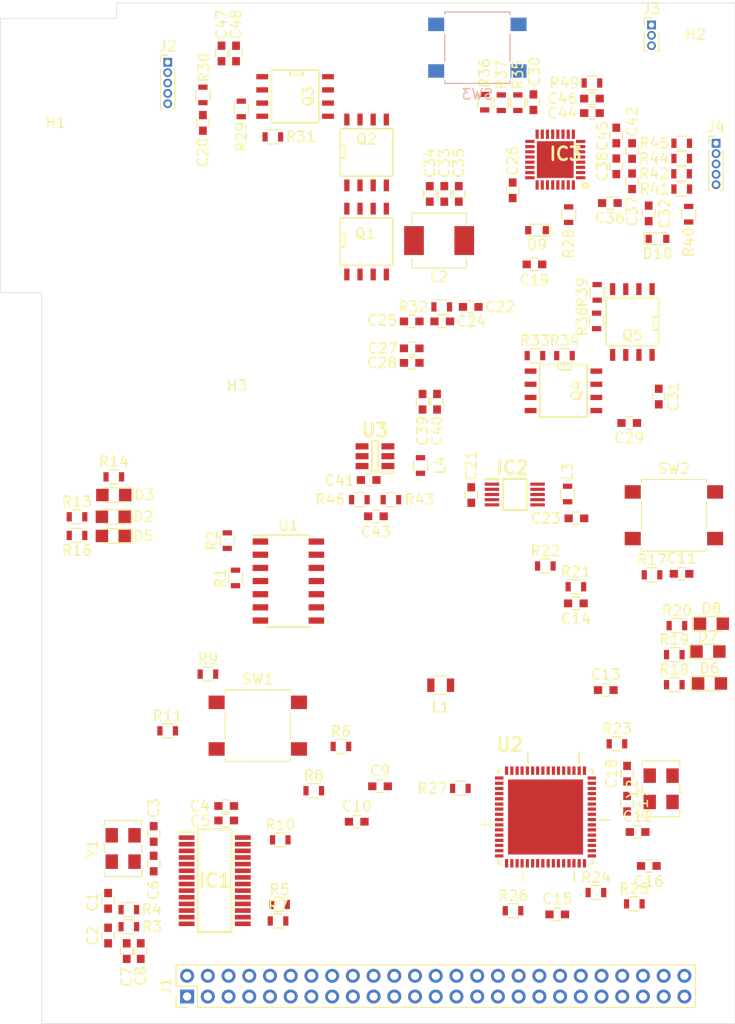
<source format=kicad_pcb>
(kicad_pcb (version 20171130) (host pcbnew "(5.1.5)-3")
  (layers (0 F.Cu signal) (31 B.Cu signal hide) (34 B.Paste user hide) (35 F.Paste user) (36 B.SilkS user hide) (37 F.SilkS user) (38 B.Mask user hide) (39 F.Mask user) (44 Edge.Cuts user))
  (net 0 "")
  (net 1 PI_USB0_DP)
  (net 2 GND)
  (net 3 PI_USB0_DN)
  (net 4 "Net-(C3-Pad2)")
  (net 5 +1V8)
  (net 6 "Net-(C6-Pad1)")
  (net 7 +3V3)
  (net 8 +5V)
  (net 9 "Net-(C11-Pad2)")
  (net 10 "Net-(C12-Pad1)")
  (net 11 "Net-(C13-Pad1)")
  (net 12 "Net-(C14-Pad2)")
  (net 13 KBD_USB_DP)
  (net 14 KBD_USB_DN)
  (net 15 "Net-(C17-Pad1)")
  (net 16 "Net-(C18-Pad1)")
  (net 17 PH)
  (net 18 BIST)
  (net 19 "Net-(C20-Pad1)")
  (net 20 HSRN)
  (net 21 HSRP)
  (net 22 GNDS)
  (net 23 REGN)
  (net 24 "Net-(C29-Pad2)")
  (net 25 VFB)
  (net 26 "Net-(C31-Pad2)")
  (net 27 "Net-(C32-Pad1)")
  (net 28 VCC)
  (net 29 "Net-(C36-Pad1)")
  (net 30 "Net-(C37-Pad2)")
  (net 31 "Net-(C37-Pad1)")
  (net 32 "Net-(C38-Pad2)")
  (net 33 "Net-(C41-Pad2)")
  (net 34 "Net-(C42-Pad2)")
  (net 35 "Net-(D2-Pad2)")
  (net 36 "Net-(D3-Pad2)")
  (net 37 "Net-(D3-Pad1)")
  (net 38 "Net-(D5-Pad2)")
  (net 39 "Net-(D6-Pad2)")
  (net 40 "Net-(D6-Pad1)")
  (net 41 "Net-(D7-Pad2)")
  (net 42 "Net-(D7-Pad1)")
  (net 43 "Net-(D8-Pad2)")
  (net 44 "Net-(D8-Pad1)")
  (net 45 "Net-(D10-Pad2)")
  (net 46 "Net-(IC1-Pad25)")
  (net 47 "Net-(IC1-Pad18)")
  (net 48 USB_RESET)
  (net 49 "Net-(IC1-Pad16)")
  (net 50 "Net-(IC1-Pad15)")
  (net 51 "Net-(IC1-Pad14)")
  (net 52 "Net-(IC1-Pad11)")
  (net 53 "Net-(IC1-Pad10)")
  (net 54 "Net-(IC1-Pad9)")
  (net 55 "Net-(IC1-Pad8)")
  (net 56 "Net-(IC1-Pad7)")
  (net 57 "Net-(IC1-Pad6)")
  (net 58 "Net-(IC1-Pad5)")
  (net 59 "Net-(IC1-Pad4)")
  (net 60 "Net-(IC2-Pad10)")
  (net 61 "Net-(IC2-Pad9)")
  (net 62 "Net-(IC3-Pad33)")
  (net 63 "Net-(IC3-Pad32)")
  (net 64 ACP)
  (net 65 "Net-(IC3-Pad30)")
  (net 66 ACFET)
  (net 67 HIDRV)
  (net 68 LODRV)
  (net 69 "Net-(IC3-Pad17)")
  (net 70 "Net-(IC3-Pad16)")
  (net 71 "Net-(IC3-Pad15)")
  (net 72 "Net-(IC3-Pad14)")
  (net 73 "Net-(IC3-Pad13)")
  (net 74 "Net-(IC3-Pad12)")
  (net 75 "Net-(IC3-Pad11)")
  (net 76 "Net-(IC3-Pad10)")
  (net 77 USB3_DN)
  (net 78 USB3_DP)
  (net 79 USB2_DN)
  (net 80 USB2_DP)
  (net 81 USB1_DN)
  (net 82 USB1_DP)
  (net 83 USB0_DN)
  (net 84 USB0_DP)
  (net 85 GNDD)
  (net 86 ANALOG_CONTRAST)
  (net 87 ANALOG_GND)
  (net 88 ANALOG_BRIGHTNESS)
  (net 89 ANALOG_PWR)
  (net 90 KBD_EN)
  (net 91 KBD_PWR)
  (net 92 IS_PWR_DWN)
  (net 93 KBD_ROW_0)
  (net 94 LED_CRG)
  (net 95 KBD_ROW_1)
  (net 96 LED_PWR)
  (net 97 KBD_ROW_2)
  (net 98 KBD_COL_SEL_1)
  (net 99 KBD_ROW_3)
  (net 100 KBD_COL_SEL_0)
  (net 101 KBD_ROW_4)
  (net 102 KBD_COL_SEL_3)
  (net 103 KBD_ROW_5)
  (net 104 KBD_COL_SEL_2)
  (net 105 KBD_ROW_6)
  (net 106 KBD_COL_VAL)
  (net 107 KBD_ROW_7)
  (net 108 "Net-(J2-Pad1)")
  (net 109 "Net-(J4-Pad2)")
  (net 110 "Net-(J4-Pad3)")
  (net 111 "Net-(J4-Pad4)")
  (net 112 "Net-(L4-Pad1)")
  (net 113 "Net-(Q3-Pad4)")
  (net 114 "Net-(Q4-Pad5)")
  (net 115 "Net-(Q4-Pad4)")
  (net 116 "Net-(Q5-Pad4)")
  (net 117 "Net-(R1-Pad2)")
  (net 118 PI_SHUTDOWN)
  (net 119 "Net-(R17-Pad1)")
  (net 120 "Net-(R17-Pad2)")
  (net 121 "Net-(R21-Pad2)")
  (net 122 "Net-(R23-Pad2)")
  (net 123 "Net-(R27-Pad1)")
  (net 124 VBAT)
  (net 125 "Net-(R36-Pad1)")
  (net 126 "Net-(R43-Pad1)")
  (net 127 "Net-(U1-Pad3)")
  (net 128 "Net-(U2-Pad5)")
  (net 129 "Net-(U2-Pad6)")
  (net 130 "Net-(U2-Pad8)")
  (net 131 "Net-(U2-Pad9)")
  (net 132 SYS_PWR_EN)
  (net 133 "Net-(U2-Pad23)")
  (net 134 "Net-(D2-Pad1)")
  (net 135 "Net-(D5-Pad1)")
  (net 136 "Net-(C47-Pad2)")
  (module Capacitors_SMD:C_0603 (layer F.Cu) (at 69.8 30.25 270)
    (fp_text reference C48 (at -2.8 0 90) (layer F.SilkS))
    (fp_text value 2.2uF)
    (pad 2 smd rect (at 0.75 0 270) (size 0.8 0.75) (layers F.Cu F.Paste F.Mask) (net 136 "Net-(C47-Pad2)"))
    (pad 1 smd rect (at -0.75 0 270) (size 0.8 0.75) (layers F.Cu F.Paste F.Mask) (net 22 GNDS))
  )
  (module Capacitors_SMD:C_0603 (layer F.Cu) (at 68.4 30.25 270)
    (fp_text reference C47 (at -2.803691 -0.00373 90) (layer F.SilkS))
    (fp_text value 2.2uF)
    (pad 2 smd rect (at 0.75 0 270) (size 0.8 0.75) (layers F.Cu F.Paste F.Mask) (net 136 "Net-(C47-Pad2)"))
    (pad 1 smd rect (at -0.75 0 270) (size 0.8 0.75) (layers F.Cu F.Paste F.Mask) (net 22 GNDS))
  )
  (module Pin_Headers:Pin_Header_Straight_1x05_Pitch1.00mm (layer F.Cu) (at 116.1288 38.9128)
    (fp_text reference J4 (at 0 -1.56) (layer F.SilkS))
    (fp_text value BATT_CON)
    (pad 1 thru_hole rect (at 0 0) (size 0.85 0.85) (drill 0.5) (layers *.Cu *.Mask) (net 22 GNDS))
    (pad 2 thru_hole oval (at 0 1) (size 0.85 0.85) (drill 0.5) (layers *.Cu *.Mask) (net 109 "Net-(J4-Pad2)"))
    (pad 3 thru_hole oval (at 0 2) (size 0.85 0.85) (drill 0.5) (layers *.Cu *.Mask) (net 110 "Net-(J4-Pad3)"))
    (pad 4 thru_hole oval (at 0 3) (size 0.85 0.85) (drill 0.5) (layers *.Cu *.Mask) (net 111 "Net-(J4-Pad4)"))
    (pad 5 thru_hole oval (at 0 4) (size 0.85 0.85) (drill 0.5) (layers *.Cu *.Mask) (net 26 "Net-(C31-Pad2)"))
  )
  (module Pin_Headers:Pin_Header_Straight_1x03_Pitch1.00mm (layer F.Cu) (at 109.9 27.5)
    (fp_text reference J3 (at 0 -1.56) (layer F.SilkS))
    (fp_text value SMB_CON)
    (pad 1 thru_hole rect (at 0 0) (size 0.85 0.85) (drill 0.5) (layers *.Cu *.Mask) (net 69 "Net-(IC3-Pad17)"))
    (pad 2 thru_hole oval (at 0 1) (size 0.85 0.85) (drill 0.5) (layers *.Cu *.Mask) (net 70 "Net-(IC3-Pad16)"))
    (pad 3 thru_hole oval (at 0 2) (size 0.85 0.85) (drill 0.5) (layers *.Cu *.Mask) (net 22 GNDS))
  )
  (module Pin_Headers:Pin_Header_Straight_1x05_Pitch1.00mm (layer F.Cu) (at 63.2 31.1)
    (fp_text reference J2 (at 0 -1.56) (layer F.SilkS))
    (fp_text value Conn_01x05_Male)
    (pad 1 thru_hole rect (at 0 0) (size 0.85 0.85) (drill 0.5) (layers *.Cu *.Mask) (net 108 "Net-(J2-Pad1)"))
    (pad 2 thru_hole oval (at 0 1) (size 0.85 0.85) (drill 0.5) (layers *.Cu *.Mask) (net 136 "Net-(C47-Pad2)"))
    (pad 3 thru_hole oval (at 0 2) (size 0.85 0.85) (drill 0.5) (layers *.Cu *.Mask) (net 136 "Net-(C47-Pad2)"))
    (pad 4 thru_hole oval (at 0 3) (size 0.85 0.85) (drill 0.5) (layers *.Cu *.Mask) (net 22 GNDS))
    (pad 5 thru_hole oval (at 0 4) (size 0.85 0.85) (drill 0.5) (layers *.Cu *.Mask) (net 22 GNDS))
  )
  (module Mounting_Holes:MountingHole_2.7mm (layer F.Cu) (at 69.9 66)
    (fp_text reference H3 (at 0 -3.7) (layer F.SilkS))
    (fp_text value MountingHole)
    (pad 1 np_thru_hole circle (at 0 0) (size 2.7 2.7) (drill 2.7) (layers *.Cu *.Mask))
  )
  (module Mounting_Holes:MountingHole_2.7mm (layer F.Cu) (at 114.1476 32.1056)
    (fp_text reference H2 (at 0 -3.7) (layer F.SilkS))
    (fp_text value MountingHole)
    (pad 1 np_thru_hole circle (at 0 0) (size 2.7 2.7) (drill 2.7) (layers *.Cu *.Mask))
  )
  (module Mounting_Holes:MountingHole_2.7mm (layer F.Cu) (at 52.3748 40.6146)
    (fp_text reference H1 (at 0 -3.7) (layer F.SilkS))
    (fp_text value MountingHole)
    (pad 1 np_thru_hole circle (at 0 0) (size 2.7 2.7) (drill 2.7) (layers *.Cu *.Mask))
  )
  (module MSP430F5508IRGCR:QFN50P900X900X100-65N (layer F.Cu) (at 99.6696 103.9114)
    (fp_text reference U2 (at -3.4544 -6.985) (layer F.SilkS) (effects (font (size 1.27 1.27) (thickness 0.254))))
    (fp_text value MSP430F5508IRGZ hide)
    (pad 65 smd rect (at 0 0 90) (size 7.239 7.239) (layers F.Cu F.Paste F.Mask))
    (pad 64 smd rect (at -3.7592 -4.4704) (size 0.3048 0.8128) (layers F.Cu F.Paste F.Mask))
    (pad 63 smd rect (at -3.2512 -4.4704) (size 0.3048 0.8128) (layers F.Cu F.Paste F.Mask))
    (pad 62 smd rect (at -2.7432 -4.4704) (size 0.3048 0.8128) (layers F.Cu F.Paste F.Mask))
    (pad 61 smd rect (at -2.2606 -4.4704) (size 0.3048 0.8128) (layers F.Cu F.Paste F.Mask))
    (pad 60 smd rect (at -1.7526 -4.4704) (size 0.3048 0.8128) (layers F.Cu F.Paste F.Mask))
    (pad 59 smd rect (at -1.2446 -4.4704) (size 0.3048 0.8128) (layers F.Cu F.Paste F.Mask))
    (pad 58 smd rect (at -0.762 -4.4704) (size 0.3048 0.8128) (layers F.Cu F.Paste F.Mask))
    (pad 57 smd rect (at -0.254 -4.4704) (size 0.3048 0.8128) (layers F.Cu F.Paste F.Mask))
    (pad 56 smd rect (at 0.254 -4.4704) (size 0.3048 0.8128) (layers F.Cu F.Paste F.Mask))
    (pad 55 smd rect (at 0.762 -4.4704) (size 0.3048 0.8128) (layers F.Cu F.Paste F.Mask))
    (pad 54 smd rect (at 1.2446 -4.4704) (size 0.3048 0.8128) (layers F.Cu F.Paste F.Mask))
    (pad 53 smd rect (at 1.7526 -4.4704) (size 0.3048 0.8128) (layers F.Cu F.Paste F.Mask))
    (pad 52 smd rect (at 2.2606 -4.4704) (size 0.3048 0.8128) (layers F.Cu F.Paste F.Mask))
    (pad 51 smd rect (at 2.7432 -4.4704) (size 0.3048 0.8128) (layers F.Cu F.Paste F.Mask))
    (pad 50 smd rect (at 3.2512 -4.4704) (size 0.3048 0.8128) (layers F.Cu F.Paste F.Mask))
    (pad 49 smd rect (at 3.7592 -4.4704) (size 0.3048 0.8128) (layers F.Cu F.Paste F.Mask))
    (pad 48 smd rect (at 4.4704 -3.7592 90) (size 0.3048 0.8128) (layers F.Cu F.Paste F.Mask) (net 12 "Net-(C14-Pad2)"))
    (pad 47 smd rect (at 4.4704 -3.2512 90) (size 0.3048 0.8128) (layers F.Cu F.Paste F.Mask) (net 122 "Net-(R23-Pad2)"))
    (pad 46 smd rect (at 4.4704 -2.7432 90) (size 0.3048 0.8128) (layers F.Cu F.Paste F.Mask) (net 16 "Net-(C18-Pad1)"))
    (pad 45 smd rect (at 4.4704 -2.2606 90) (size 0.3048 0.8128) (layers F.Cu F.Paste F.Mask) (net 15 "Net-(C17-Pad1)"))
    (pad 44 smd rect (at 4.4704 -1.7526 90) (size 0.3048 0.8128) (layers F.Cu F.Paste F.Mask) (net 87 ANALOG_GND))
    (pad 43 smd rect (at 4.4704 -1.2446 90) (size 0.3048 0.8128) (layers F.Cu F.Paste F.Mask) (net 11 "Net-(C13-Pad1)"))
    (pad 42 smd rect (at 4.4704 -0.762 90) (size 0.3048 0.8128) (layers F.Cu F.Paste F.Mask) (net 9 "Net-(C11-Pad2)"))
    (pad 41 smd rect (at 4.4704 -0.254 90) (size 0.3048 0.8128) (layers F.Cu F.Paste F.Mask) (net 8 +5V))
    (pad 40 smd rect (at 4.4704 0.254 90) (size 0.3048 0.8128) (layers F.Cu F.Paste F.Mask) (net 14 KBD_USB_DN))
    (pad 39 smd rect (at 4.4704 0.762 90) (size 0.3048 0.8128) (layers F.Cu F.Paste F.Mask) (net 120 "Net-(R17-Pad2)"))
    (pad 38 smd rect (at 4.4704 1.2446 90) (size 0.3048 0.8128) (layers F.Cu F.Paste F.Mask) (net 13 KBD_USB_DP))
    (pad 37 smd rect (at 4.4704 1.7526 90) (size 0.3048 0.8128) (layers F.Cu F.Paste F.Mask) (net 2 GND))
    (pad 36 smd rect (at 4.4704 2.2606 90) (size 0.3048 0.8128) (layers F.Cu F.Paste F.Mask) (net 107 KBD_ROW_7))
    (pad 35 smd rect (at 4.4704 2.7432 90) (size 0.3048 0.8128) (layers F.Cu F.Paste F.Mask) (net 105 KBD_ROW_6))
    (pad 34 smd rect (at 4.4704 3.2512 90) (size 0.3048 0.8128) (layers F.Cu F.Paste F.Mask) (net 103 KBD_ROW_5))
    (pad 33 smd rect (at 4.4704 3.7592 90) (size 0.3048 0.8128) (layers F.Cu F.Paste F.Mask) (net 101 KBD_ROW_4))
    (pad 32 smd rect (at 3.7592 4.4704) (size 0.3048 0.8128) (layers F.Cu F.Paste F.Mask) (net 99 KBD_ROW_3))
    (pad 31 smd rect (at 3.2512 4.4704) (size 0.3048 0.8128) (layers F.Cu F.Paste F.Mask) (net 97 KBD_ROW_2))
    (pad 30 smd rect (at 2.7432 4.4704) (size 0.3048 0.8128) (layers F.Cu F.Paste F.Mask) (net 95 KBD_ROW_1))
    (pad 29 smd rect (at 2.2606 4.4704) (size 0.3048 0.8128) (layers F.Cu F.Paste F.Mask) (net 93 KBD_ROW_0))
    (pad 28 smd rect (at 1.7526 4.4704) (size 0.3048 0.8128) (layers F.Cu F.Paste F.Mask) (net 7 +3V3))
    (pad 27 smd rect (at 1.2446 4.4704) (size 0.3048 0.8128) (layers F.Cu F.Paste F.Mask) (net 85 GNDD))
    (pad 26 smd rect (at 0.762 4.4704) (size 0.3048 0.8128) (layers F.Cu F.Paste F.Mask) (net 39 "Net-(D6-Pad2)"))
    (pad 25 smd rect (at 0.254 4.4704) (size 0.3048 0.8128) (layers F.Cu F.Paste F.Mask) (net 41 "Net-(D7-Pad2)"))
    (pad 24 smd rect (at -0.254 4.4704) (size 0.3048 0.8128) (layers F.Cu F.Paste F.Mask) (net 43 "Net-(D8-Pad2)"))
    (pad 23 smd rect (at -0.762 4.4704) (size 0.3048 0.8128) (layers F.Cu F.Paste F.Mask) (net 133 "Net-(U2-Pad23)"))
    (pad 22 smd rect (at -1.2446 4.4704) (size 0.3048 0.8128) (layers F.Cu F.Paste F.Mask) (net 132 SYS_PWR_EN))
    (pad 21 smd rect (at -1.7526 4.4704) (size 0.3048 0.8128) (layers F.Cu F.Paste F.Mask) (net 92 IS_PWR_DWN))
    (pad 20 smd rect (at -2.2606 4.4704) (size 0.3048 0.8128) (layers F.Cu F.Paste F.Mask) (net 118 PI_SHUTDOWN))
    (pad 19 smd rect (at -2.7432 4.4704) (size 0.3048 0.8128) (layers F.Cu F.Paste F.Mask) (net 48 USB_RESET))
    (pad 18 smd rect (at -3.2512 4.4704) (size 0.3048 0.8128) (layers F.Cu F.Paste F.Mask) (net 106 KBD_COL_VAL))
    (pad 17 smd rect (at -3.7592 4.4704) (size 0.3048 0.8128) (layers F.Cu F.Paste F.Mask) (net 102 KBD_COL_SEL_3))
    (pad 16 smd rect (at -4.4704 3.7592 90) (size 0.3048 0.8128) (layers F.Cu F.Paste F.Mask) (net 104 KBD_COL_SEL_2))
    (pad 15 smd rect (at -4.4704 3.2512 90) (size 0.3048 0.8128) (layers F.Cu F.Paste F.Mask) (net 98 KBD_COL_SEL_1))
    (pad 14 smd rect (at -4.4704 2.7432 90) (size 0.3048 0.8128) (layers F.Cu F.Paste F.Mask) (net 100 KBD_COL_SEL_0))
    (pad 13 smd rect (at -4.4704 2.2606 90) (size 0.3048 0.8128) (layers F.Cu F.Paste F.Mask) (net 10 "Net-(C12-Pad1)"))
    (pad 12 smd rect (at -4.4704 1.7526 90) (size 0.3048 0.8128) (layers F.Cu F.Paste F.Mask) (net 85 GNDD))
    (pad 11 smd rect (at -4.4704 1.2446 90) (size 0.3048 0.8128) (layers F.Cu F.Paste F.Mask) (net 7 +3V3))
    (pad 10 smd rect (at -4.4704 0.762 90) (size 0.3048 0.8128) (layers F.Cu F.Paste F.Mask) (net 87 ANALOG_GND))
    (pad 9 smd rect (at -4.4704 0.254 90) (size 0.3048 0.8128) (layers F.Cu F.Paste F.Mask) (net 131 "Net-(U2-Pad9)"))
    (pad 8 smd rect (at -4.4704 -0.254 90) (size 0.3048 0.8128) (layers F.Cu F.Paste F.Mask) (net 130 "Net-(U2-Pad8)"))
    (pad 7 smd rect (at -4.4704 -0.762 90) (size 0.3048 0.8128) (layers F.Cu F.Paste F.Mask) (net 89 ANALOG_PWR))
    (pad 6 smd rect (at -4.4704 -1.2446 90) (size 0.3048 0.8128) (layers F.Cu F.Paste F.Mask) (net 129 "Net-(U2-Pad6)"))
    (pad 5 smd rect (at -4.4704 -1.7526 90) (size 0.3048 0.8128) (layers F.Cu F.Paste F.Mask) (net 128 "Net-(U2-Pad5)"))
    (pad 4 smd rect (at -4.4704 -2.2606 90) (size 0.3048 0.8128) (layers F.Cu F.Paste F.Mask) (net 90 KBD_EN))
    (pad 3 smd rect (at -4.4704 -2.7432 90) (size 0.3048 0.8128) (layers F.Cu F.Paste F.Mask) (net 123 "Net-(R27-Pad1)"))
    (pad 2 smd rect (at -4.4704 -3.2512 90) (size 0.3048 0.8128) (layers F.Cu F.Paste F.Mask) (net 86 ANALOG_CONTRAST))
    (pad 1 smd rect (at -4.4704 -3.7592 90) (size 0.3048 0.8128) (layers F.Cu F.Paste F.Mask) (net 88 ANALOG_BRIGHTNESS))
  )
  (module TPS565208DDCR:SOT95P280X110-6N (layer F.Cu) (at 83.2078 69.1036 180)
    (fp_text reference U3 (at 0.0054 2.4994) (layer F.SilkS) (effects (font (size 1.27 1.27) (thickness 0.254))))
    (fp_text value TPS565208 hide)
    (pad 6 smd rect (at 1.25 -0.95 270) (size 0.6 1.25) (layers F.Cu F.Paste F.Mask) (net 33 "Net-(C41-Pad2)"))
    (pad 5 smd rect (at 1.25 0 270) (size 0.6 1.25) (layers F.Cu F.Paste F.Mask) (net 132 SYS_PWR_EN))
    (pad 4 smd rect (at 1.25 0.95 270) (size 0.6 1.25) (layers F.Cu F.Paste F.Mask) (net 126 "Net-(R43-Pad1)"))
    (pad 3 smd rect (at -1.25 0.95 270) (size 0.6 1.25) (layers F.Cu F.Paste F.Mask) (net 20 HSRN))
    (pad 2 smd rect (at -1.25 0 270) (size 0.6 1.25) (layers F.Cu F.Paste F.Mask) (net 112 "Net-(L4-Pad1)"))
    (pad 1 smd rect (at -1.25 -0.95 270) (size 0.6 1.25) (layers F.Cu F.Paste F.Mask) (net 2 GND))
  )
  (module Oscillators:Oscillator_SMD_EuroQuartz_XO53-4pin_5.0x3.2mm (layer F.Cu) (at 110.828 101.1936 90)
    (fp_text reference Y2 (at 0 -2.8 90) (layer F.SilkS))
    (fp_text value 12Mhz)
    (pad 1 smd rect (at -1.27 1.1 90) (size 1.4 1.2) (layers F.Cu F.Paste F.Mask) (net 15 "Net-(C17-Pad1)"))
    (pad 2 smd rect (at 1.27 1.1 90) (size 1.4 1.2) (layers F.Cu F.Paste F.Mask) (net 2 GND))
    (pad 3 smd rect (at 1.27 -1.1 90) (size 1.4 1.2) (layers F.Cu F.Paste F.Mask) (net 16 "Net-(C18-Pad1)"))
    (pad 4 smd rect (at -1.27 -1.1 90) (size 1.4 1.2) (layers F.Cu F.Paste F.Mask) (net 2 GND))
  )
  (module Oscillators:Oscillator_SMD_EuroQuartz_XO53-4pin_5.0x3.2mm (layer F.Cu) (at 58.9 106.95 270)
    (fp_text reference Y1 (at 0 2.95 90) (layer F.SilkS))
    (fp_text value 12Mhz)
    (pad 1 smd rect (at -1.27 1.1 270) (size 1.4 1.2) (layers F.Cu F.Paste F.Mask) (net 4 "Net-(C3-Pad2)"))
    (pad 2 smd rect (at 1.27 1.1 270) (size 1.4 1.2) (layers F.Cu F.Paste F.Mask) (net 2 GND))
    (pad 3 smd rect (at 1.27 -1.1 270) (size 1.4 1.2) (layers F.Cu F.Paste F.Mask) (net 6 "Net-(C6-Pad1)"))
    (pad 4 smd rect (at -1.27 -1.1 270) (size 1.4 1.2) (layers F.Cu F.Paste F.Mask) (net 2 GND))
  )
  (module Housings_SOIC:SOIC-14_3.9x8.7mm_Pitch1.27mm (layer F.Cu) (at 74.85 81.15)
    (fp_text reference U1 (at 0 -5.375) (layer F.SilkS))
    (fp_text value 4011)
    (pad 1 smd rect (at -2.7 -3.81) (size 1.5 0.6) (layers F.Cu F.Paste F.Mask) (net 118 PI_SHUTDOWN))
    (pad 2 smd rect (at -2.7 -2.54) (size 1.5 0.6) (layers F.Cu F.Paste F.Mask) (net 117 "Net-(R1-Pad2)"))
    (pad 3 smd rect (at -2.7 -1.27) (size 1.5 0.6) (layers F.Cu F.Paste F.Mask) (net 127 "Net-(U1-Pad3)"))
    (pad 4 smd rect (at -2.7 0) (size 1.5 0.6) (layers F.Cu F.Paste F.Mask) (net 92 IS_PWR_DWN))
    (pad 5 smd rect (at -2.7 1.27) (size 1.5 0.6) (layers F.Cu F.Paste F.Mask) (net 127 "Net-(U1-Pad3)"))
    (pad 6 smd rect (at -2.7 2.54) (size 1.5 0.6) (layers F.Cu F.Paste F.Mask) (net 127 "Net-(U1-Pad3)"))
    (pad 7 smd rect (at -2.7 3.81) (size 1.5 0.6) (layers F.Cu F.Paste F.Mask) (net 8 +5V))
    (pad 8 smd rect (at 2.7 3.81) (size 1.5 0.6) (layers F.Cu F.Paste F.Mask))
    (pad 9 smd rect (at 2.7 2.54) (size 1.5 0.6) (layers F.Cu F.Paste F.Mask))
    (pad 10 smd rect (at 2.7 1.27) (size 1.5 0.6) (layers F.Cu F.Paste F.Mask))
    (pad 11 smd rect (at 2.7 0) (size 1.5 0.6) (layers F.Cu F.Paste F.Mask))
    (pad 12 smd rect (at 2.7 -1.27) (size 1.5 0.6) (layers F.Cu F.Paste F.Mask))
    (pad 13 smd rect (at 2.7 -2.54) (size 1.5 0.6) (layers F.Cu F.Paste F.Mask))
    (pad 14 smd rect (at 2.7 -3.81) (size 1.5 0.6) (layers F.Cu F.Paste F.Mask) (net 2 GND))
  )
  (module Buttons_Switches_SMD:SW_SPST_B3S-1000 (layer B.Cu) (at 93.091 29.6926)
    (fp_text reference SW3 (at 0 4.5) (layer B.SilkS) (effects (justify mirror)))
    (fp_text value RESET)
    (pad 1 smd rect (at -3.975 2.25) (size 1.55 1.3) (layers B.Cu B.Paste B.Mask) (net 2 GND))
    (pad 1 smd rect (at 3.975 2.25) (size 1.55 1.3) (layers B.Cu B.Paste B.Mask) (net 2 GND))
    (pad 2 smd rect (at -3.975 -2.25) (size 1.55 1.3) (layers B.Cu B.Paste B.Mask) (net 121 "Net-(R21-Pad2)"))
    (pad 2 smd rect (at 3.975 -2.25) (size 1.55 1.3) (layers B.Cu B.Paste B.Mask) (net 121 "Net-(R21-Pad2)"))
  )
  (module Buttons_Switches_SMD:SW_SPST_B3S-1000 (layer F.Cu) (at 112.0648 74.803)
    (fp_text reference SW2 (at 0 -4.5) (layer F.SilkS))
    (fp_text value USB_BSL)
    (pad 1 smd rect (at -3.975 -2.25) (size 1.55 1.3) (layers F.Cu F.Paste F.Mask) (net 119 "Net-(R17-Pad1)"))
    (pad 1 smd rect (at 3.975 -2.25) (size 1.55 1.3) (layers F.Cu F.Paste F.Mask) (net 119 "Net-(R17-Pad1)"))
    (pad 2 smd rect (at -3.975 2.25) (size 1.55 1.3) (layers F.Cu F.Paste F.Mask) (net 9 "Net-(C11-Pad2)"))
    (pad 2 smd rect (at 3.975 2.25) (size 1.55 1.3) (layers F.Cu F.Paste F.Mask) (net 9 "Net-(C11-Pad2)"))
  )
  (module Buttons_Switches_SMD:SW_SPST_B3S-1000 (layer F.Cu) (at 71.9 95.1)
    (fp_text reference SW1 (at 0 -4.5) (layer F.SilkS))
    (fp_text value LID_SW)
    (pad 1 smd rect (at -3.975 -2.25) (size 1.55 1.3) (layers F.Cu F.Paste F.Mask) (net 2 GND))
    (pad 1 smd rect (at 3.975 -2.25) (size 1.55 1.3) (layers F.Cu F.Paste F.Mask) (net 2 GND))
    (pad 2 smd rect (at -3.975 2.25) (size 1.55 1.3) (layers F.Cu F.Paste F.Mask) (net 117 "Net-(R1-Pad2)"))
    (pad 2 smd rect (at 3.975 2.25) (size 1.55 1.3) (layers F.Cu F.Paste F.Mask) (net 117 "Net-(R1-Pad2)"))
  )
  (module Resistors_SMD:R_0603 (layer F.Cu) (at 104.15 33.1)
    (fp_text reference R49 (at -2.65 0) (layer F.SilkS))
    (fp_text value 5M)
    (pad 1 smd rect (at -0.75 0) (size 0.5 0.9) (layers F.Cu F.Paste F.Mask) (net 22 GNDS))
    (pad 2 smd rect (at 0.75 0) (size 0.5 0.9) (layers F.Cu F.Paste F.Mask) (net 2 GND))
  )
  (module Resistors_SMD:R_0603 (layer F.Cu) (at 81.7 73.3)
    (fp_text reference R46 (at -2.8 0) (layer F.SilkS))
    (fp_text value 10k)
    (pad 1 smd rect (at -0.75 0) (size 0.5 0.9) (layers F.Cu F.Paste F.Mask) (net 2 GND))
    (pad 2 smd rect (at 0.75 0) (size 0.5 0.9) (layers F.Cu F.Paste F.Mask) (net 126 "Net-(R43-Pad1)"))
  )
  (module Resistors_SMD:R_0603 (layer F.Cu) (at 112.8148 38.9128 180)
    (fp_text reference R45 (at 2.655 0) (layer F.SilkS))
    (fp_text value 100)
    (pad 1 smd rect (at -0.75 0 180) (size 0.5 0.9) (layers F.Cu F.Paste F.Mask) (net 109 "Net-(J4-Pad2)"))
    (pad 2 smd rect (at 0.75 0 180) (size 0.5 0.9) (layers F.Cu F.Paste F.Mask) (net 34 "Net-(C42-Pad2)"))
  )
  (module Resistors_SMD:R_0603 (layer F.Cu) (at 112.8148 40.386 180)
    (fp_text reference R44 (at 2.6804 0) (layer F.SilkS))
    (fp_text value 100)
    (pad 1 smd rect (at -0.75 0 180) (size 0.5 0.9) (layers F.Cu F.Paste F.Mask) (net 110 "Net-(J4-Pad3)"))
    (pad 2 smd rect (at 0.75 0 180) (size 0.5 0.9) (layers F.Cu F.Paste F.Mask) (net 32 "Net-(C38-Pad2)"))
  )
  (module Resistors_SMD:R_0603 (layer F.Cu) (at 84.75 73.3)
    (fp_text reference R43 (at 2.75 0 180) (layer F.SilkS))
    (fp_text value 54.9k)
    (pad 1 smd rect (at -0.75 0) (size 0.5 0.9) (layers F.Cu F.Paste F.Mask) (net 126 "Net-(R43-Pad1)"))
    (pad 2 smd rect (at 0.75 0) (size 0.5 0.9) (layers F.Cu F.Paste F.Mask) (net 8 +5V))
  )
  (module Resistors_SMD:R_0603 (layer F.Cu) (at 112.8014 41.8592 180)
    (fp_text reference R42 (at 2.655 0) (layer F.SilkS))
    (fp_text value 100)
    (pad 1 smd rect (at -0.75 0 180) (size 0.5 0.9) (layers F.Cu F.Paste F.Mask) (net 111 "Net-(J4-Pad4)"))
    (pad 2 smd rect (at 0.75 0 180) (size 0.5 0.9) (layers F.Cu F.Paste F.Mask) (net 30 "Net-(C37-Pad2)"))
  )
  (module Resistors_SMD:R_0603 (layer F.Cu) (at 112.8148 43.3324 180)
    (fp_text reference R41 (at 2.6296 0) (layer F.SilkS))
    (fp_text value 100)
    (pad 1 smd rect (at -0.75 0 180) (size 0.5 0.9) (layers F.Cu F.Paste F.Mask) (net 26 "Net-(C31-Pad2)"))
    (pad 2 smd rect (at 0.75 0 180) (size 0.5 0.9) (layers F.Cu F.Paste F.Mask) (net 31 "Net-(C37-Pad1)"))
  )
  (module Resistors_SMD:R_0603 (layer F.Cu) (at 113.4872 45.7588 270)
    (fp_text reference R40 (at 2.7044 0 90) (layer F.SilkS))
    (fp_text value 10)
    (pad 1 smd rect (at -0.75 0 270) (size 0.5 0.9) (layers F.Cu F.Paste F.Mask) (net 26 "Net-(C31-Pad2)"))
    (pad 2 smd rect (at 0.75 0 270) (size 0.5 0.9) (layers F.Cu F.Paste F.Mask) (net 45 "Net-(D10-Pad2)"))
  )
  (module Resistors_SMD:R_0603 (layer F.Cu) (at 104.65 53.3 270)
    (fp_text reference R39 (at 0 1.45 90) (layer F.SilkS))
    (fp_text value 10M)
    (pad 1 smd rect (at -0.75 0 270) (size 0.5 0.9) (layers F.Cu F.Paste F.Mask) (net 26 "Net-(C31-Pad2)"))
    (pad 2 smd rect (at 0.75 0 270) (size 0.5 0.9) (layers F.Cu F.Paste F.Mask) (net 116 "Net-(Q5-Pad4)"))
  )
  (module Resistors_SMD:R_0603 (layer F.Cu) (at 104.6 56.05 270)
    (fp_text reference R38 (at 0.05 1.4 90) (layer F.SilkS))
    (fp_text value 4.7K)
    (pad 1 smd rect (at -0.75 0 270) (size 0.5 0.9) (layers F.Cu F.Paste F.Mask) (net 116 "Net-(Q5-Pad4)"))
    (pad 2 smd rect (at 0.75 0 270) (size 0.5 0.9) (layers F.Cu F.Paste F.Mask) (net 63 "Net-(IC3-Pad32)"))
  )
  (module Resistors_SMD:R_0603 (layer F.Cu) (at 95.4 35 90)
    (fp_text reference R37 (at 2.7 0 90) (layer F.SilkS))
    (fp_text value 30K)
    (pad 1 smd rect (at -0.75 0 90) (size 0.5 0.9) (layers F.Cu F.Paste F.Mask) (net 25 VFB))
    (pad 2 smd rect (at 0.75 0 90) (size 0.5 0.9) (layers F.Cu F.Paste F.Mask) (net 125 "Net-(R36-Pad1)"))
  )
  (module Resistors_SMD:R_0603 (layer F.Cu) (at 93.8 34.95 270)
    (fp_text reference R36 (at -2.8 0 90) (layer F.SilkS))
    (fp_text value 5.62k)
    (pad 1 smd rect (at -0.75 0 270) (size 0.5 0.9) (layers F.Cu F.Paste F.Mask) (net 125 "Net-(R36-Pad1)"))
    (pad 2 smd rect (at 0.75 0 270) (size 0.5 0.9) (layers F.Cu F.Paste F.Mask) (net 22 GNDS))
  )
  (module Resistors_SMD:R_0603 (layer F.Cu) (at 97 35 270)
    (fp_text reference R35 (at -2.7 0 90) (layer F.SilkS))
    (fp_text value 332K)
    (pad 1 smd rect (at -0.75 0 270) (size 0.5 0.9) (layers F.Cu F.Paste F.Mask) (net 20 HSRN))
    (pad 2 smd rect (at 0.75 0 270) (size 0.5 0.9) (layers F.Cu F.Paste F.Mask) (net 25 VFB))
  )
  (module Resistors_SMD:R_0603 (layer F.Cu) (at 101.5 59.4)
    (fp_text reference R34 (at 0 -1.45) (layer F.SilkS))
    (fp_text value 4.7K)
    (pad 1 smd rect (at -0.75 0) (size 0.5 0.9) (layers F.Cu F.Paste F.Mask) (net 115 "Net-(Q4-Pad4)"))
    (pad 2 smd rect (at 0.75 0) (size 0.5 0.9) (layers F.Cu F.Paste F.Mask) (net 65 "Net-(IC3-Pad30)"))
  )
  (module Resistors_SMD:R_0603 (layer F.Cu) (at 98.65 59.4)
    (fp_text reference R33 (at 0 -1.45) (layer F.SilkS))
    (fp_text value 10M)
    (pad 1 smd rect (at -0.75 0) (size 0.5 0.9) (layers F.Cu F.Paste F.Mask) (net 20 HSRN))
    (pad 2 smd rect (at 0.75 0) (size 0.5 0.9) (layers F.Cu F.Paste F.Mask) (net 115 "Net-(Q4-Pad4)"))
  )
  (module Resistors_SMD:R_0603 (layer F.Cu) (at 89.65 54.7 180)
    (fp_text reference R32 (at 2.75 0) (layer F.SilkS))
    (fp_text value 10M)
    (pad 1 smd rect (at -0.75 0 180) (size 0.5 0.9) (layers F.Cu F.Paste F.Mask) (net 21 HSRP))
    (pad 2 smd rect (at 0.75 0 180) (size 0.5 0.9) (layers F.Cu F.Paste F.Mask) (net 20 HSRN))
  )
  (module Resistors_SMD:R_0603 (layer F.Cu) (at 73.35 38.3 180)
    (fp_text reference R31 (at -2.7 0) (layer F.SilkS))
    (fp_text value 4.7k)
    (pad 1 smd rect (at -0.75 0 180) (size 0.5 0.9) (layers F.Cu F.Paste F.Mask) (net 66 ACFET))
    (pad 2 smd rect (at 0.75 0 180) (size 0.5 0.9) (layers F.Cu F.Paste F.Mask) (net 113 "Net-(Q3-Pad4)"))
  )
  (module Resistors_SMD:R_0603 (layer F.Cu) (at 66.6 34.25 90)
    (fp_text reference R30 (at 2.65 0.1 90) (layer F.SilkS))
    (fp_text value 2.2k)
    (pad 1 smd rect (at -0.75 0 90) (size 0.5 0.9) (layers F.Cu F.Paste F.Mask) (net 19 "Net-(C20-Pad1)"))
    (pad 2 smd rect (at 0.75 0 90) (size 0.5 0.9) (layers F.Cu F.Paste F.Mask) (net 136 "Net-(C47-Pad2)"))
  )
  (module Resistors_SMD:R_0603 (layer F.Cu) (at 70.3 35.6 90)
    (fp_text reference R29 (at -2.7 0 90) (layer F.SilkS))
    (fp_text value 10M)
    (pad 1 smd rect (at -0.75 0 90) (size 0.5 0.9) (layers F.Cu F.Paste F.Mask) (net 113 "Net-(Q3-Pad4)"))
    (pad 2 smd rect (at 0.75 0 90) (size 0.5 0.9) (layers F.Cu F.Paste F.Mask) (net 136 "Net-(C47-Pad2)"))
  )
  (module Resistors_SMD:R_0603 (layer F.Cu) (at 101.9 45.8 270)
    (fp_text reference R28 (at 2.8 0 90) (layer F.SilkS))
    (fp_text value 10k)
    (pad 1 smd rect (at -0.75 0 270) (size 0.5 0.9) (layers F.Cu F.Paste F.Mask) (net 64 ACP))
    (pad 2 smd rect (at 0.75 0 270) (size 0.5 0.9) (layers F.Cu F.Paste F.Mask) (net 136 "Net-(C47-Pad2)"))
  )
  (module Resistors_SMD:R_0603 (layer F.Cu) (at 91.45 101.15 180)
    (fp_text reference R27 (at 2.7 0) (layer F.SilkS))
    (fp_text value 1M)
    (pad 1 smd rect (at -0.75 0 180) (size 0.5 0.9) (layers F.Cu F.Paste F.Mask) (net 123 "Net-(R27-Pad1)"))
    (pad 2 smd rect (at 0.75 0 180) (size 0.5 0.9) (layers F.Cu F.Paste F.Mask) (net 124 VBAT))
  )
  (module Resistors_SMD:R_0603 (layer F.Cu) (at 96.5334 112.9538)
    (fp_text reference R26 (at 0 -1.45) (layer F.SilkS))
    (fp_text value 1M)
    (pad 1 smd rect (at -0.75 0) (size 0.5 0.9) (layers F.Cu F.Paste F.Mask) (net 2 GND))
    (pad 2 smd rect (at 0.75 0) (size 0.5 0.9) (layers F.Cu F.Paste F.Mask) (net 48 USB_RESET))
  )
  (module Resistors_SMD:R_0603 (layer F.Cu) (at 108.2428 112.2934)
    (fp_text reference R25 (at 0 -1.45) (layer F.SilkS))
    (fp_text value 1.5k)
    (pad 1 smd rect (at -0.75 0) (size 0.5 0.9) (layers F.Cu F.Paste F.Mask) (net 120 "Net-(R17-Pad2)"))
    (pad 2 smd rect (at 0.75 0) (size 0.5 0.9) (layers F.Cu F.Paste F.Mask) (net 13 KBD_USB_DP))
  )
  (module Resistors_SMD:R_0603 (layer F.Cu) (at 104.5344 111.2012)
    (fp_text reference R24 (at 0 -1.45) (layer F.SilkS))
    (fp_text value 1M)
    (pad 1 smd rect (at -0.75 0) (size 0.5 0.9) (layers F.Cu F.Paste F.Mask) (net 13 KBD_USB_DP))
    (pad 2 smd rect (at 0.75 0) (size 0.5 0.9) (layers F.Cu F.Paste F.Mask) (net 2 GND))
  )
  (module Resistors_SMD:R_0603 (layer F.Cu) (at 106.5664 96.8502)
    (fp_text reference R23 (at 0 -1.45) (layer F.SilkS))
    (fp_text value 20)
    (pad 1 smd rect (at -0.75 0) (size 0.5 0.9) (layers F.Cu F.Paste F.Mask) (net 2 GND))
    (pad 2 smd rect (at 0.75 0) (size 0.5 0.9) (layers F.Cu F.Paste F.Mask) (net 122 "Net-(R23-Pad2)"))
  )
  (module Resistors_SMD:R_0603 (layer F.Cu) (at 99.65 79.7)
    (fp_text reference R22 (at 0 -1.45) (layer F.SilkS))
    (fp_text value 33k)
    (pad 1 smd rect (at -0.75 0) (size 0.5 0.9) (layers F.Cu F.Paste F.Mask) (net 12 "Net-(C14-Pad2)"))
    (pad 2 smd rect (at 0.75 0) (size 0.5 0.9) (layers F.Cu F.Paste F.Mask) (net 7 +3V3))
  )
  (module Resistors_SMD:R_0603 (layer F.Cu) (at 102.6 81.7)
    (fp_text reference R21 (at 0 -1.45) (layer F.SilkS))
    (fp_text value 330)
    (pad 1 smd rect (at -0.75 0) (size 0.5 0.9) (layers F.Cu F.Paste F.Mask) (net 12 "Net-(C14-Pad2)"))
    (pad 2 smd rect (at 0.75 0) (size 0.5 0.9) (layers F.Cu F.Paste F.Mask) (net 121 "Net-(R21-Pad2)"))
  )
  (module Resistors_SMD:R_0603 (layer F.Cu) (at 112.35 85.45)
    (fp_text reference R20 (at 0 -1.45) (layer F.SilkS))
    (fp_text value 2k)
    (pad 1 smd rect (at -0.75 0) (size 0.5 0.9) (layers F.Cu F.Paste F.Mask) (net 44 "Net-(D8-Pad1)"))
    (pad 2 smd rect (at 0.75 0) (size 0.5 0.9) (layers F.Cu F.Paste F.Mask) (net 2 GND))
  )
  (module Resistors_SMD:R_0603 (layer F.Cu) (at 112.1 88.25)
    (fp_text reference R19 (at 0 -1.45) (layer F.SilkS))
    (fp_text value 2k)
    (pad 1 smd rect (at -0.75 0) (size 0.5 0.9) (layers F.Cu F.Paste F.Mask) (net 42 "Net-(D7-Pad1)"))
    (pad 2 smd rect (at 0.75 0) (size 0.5 0.9) (layers F.Cu F.Paste F.Mask) (net 2 GND))
  )
  (module Resistors_SMD:R_0603 (layer F.Cu) (at 112.1 91.15)
    (fp_text reference R18 (at 0 -1.45) (layer F.SilkS))
    (fp_text value 2k)
    (pad 1 smd rect (at -0.75 0) (size 0.5 0.9) (layers F.Cu F.Paste F.Mask) (net 40 "Net-(D6-Pad1)"))
    (pad 2 smd rect (at 0.75 0) (size 0.5 0.9) (layers F.Cu F.Paste F.Mask) (net 2 GND))
  )
  (module Resistors_SMD:R_0603 (layer F.Cu) (at 109.95 80.55)
    (fp_text reference R17 (at 0 -1.45) (layer F.SilkS))
    (fp_text value 100)
    (pad 1 smd rect (at -0.75 0) (size 0.5 0.9) (layers F.Cu F.Paste F.Mask) (net 119 "Net-(R17-Pad1)"))
    (pad 2 smd rect (at 0.75 0) (size 0.5 0.9) (layers F.Cu F.Paste F.Mask) (net 120 "Net-(R17-Pad2)"))
  )
  (module Resistors_SMD:R_0603 (layer F.Cu) (at 54.45 76.75)
    (fp_text reference R16 (at 0 1.45 180) (layer F.SilkS))
    (fp_text value 330)
    (pad 1 smd rect (at -0.75 0) (size 0.5 0.9) (layers F.Cu F.Paste F.Mask) (net 36 "Net-(D3-Pad2)"))
    (pad 2 smd rect (at 0.75 0) (size 0.5 0.9) (layers F.Cu F.Paste F.Mask) (net 38 "Net-(D5-Pad2)"))
  )
  (module Resistors_SMD:R_0603 (layer F.Cu) (at 58 71.1)
    (fp_text reference R14 (at 0 -1.45) (layer F.SilkS))
    (fp_text value 330)
    (pad 1 smd rect (at -0.75 0) (size 0.5 0.9) (layers F.Cu F.Paste F.Mask) (net 2 GND))
    (pad 2 smd rect (at 0.75 0) (size 0.5 0.9) (layers F.Cu F.Paste F.Mask) (net 37 "Net-(D3-Pad1)"))
  )
  (module Resistors_SMD:R_0603 (layer F.Cu) (at 54.45 74.95 180)
    (fp_text reference R13 (at 0 1.45) (layer F.SilkS))
    (fp_text value 330)
    (pad 1 smd rect (at -0.75 0 180) (size 0.5 0.9) (layers F.Cu F.Paste F.Mask) (net 36 "Net-(D3-Pad2)"))
    (pad 2 smd rect (at 0.75 0 180) (size 0.5 0.9) (layers F.Cu F.Paste F.Mask) (net 35 "Net-(D2-Pad2)"))
  )
  (module Resistors_SMD:R_0603 (layer F.Cu) (at 63.2 95.6)
    (fp_text reference R11 (at 0 -1.45) (layer F.SilkS))
    (fp_text value 2.7K)
    (pad 1 smd rect (at -0.75 0) (size 0.5 0.9) (layers F.Cu F.Paste F.Mask) (net 7 +3V3))
    (pad 2 smd rect (at 0.75 0) (size 0.5 0.9) (layers F.Cu F.Paste F.Mask) (net 51 "Net-(IC1-Pad14)"))
  )
  (module Resistors_SMD:R_0603 (layer F.Cu) (at 74.0664 106.1212)
    (fp_text reference R10 (at 0 -1.45) (layer F.SilkS))
    (fp_text value 27)
    (pad 1 smd rect (at -0.75 0) (size 0.5 0.9) (layers F.Cu F.Paste F.Mask) (net 3 PI_USB0_DN))
    (pad 2 smd rect (at 0.75 0) (size 0.5 0.9) (layers F.Cu F.Paste F.Mask) (net 50 "Net-(IC1-Pad15)"))
  )
  (module Resistors_SMD:R_0603 (layer F.Cu) (at 67.086 90.1252)
    (fp_text reference R9 (at 0 -1.45) (layer F.SilkS))
    (fp_text value 27)
    (pad 1 smd rect (at -0.75 0) (size 0.5 0.9) (layers F.Cu F.Paste F.Mask) (net 1 PI_USB0_DP))
    (pad 2 smd rect (at 0.75 0) (size 0.5 0.9) (layers F.Cu F.Paste F.Mask) (net 49 "Net-(IC1-Pad16)"))
  )
  (module Resistors_SMD:R_0603 (layer F.Cu) (at 77.3004 101.3788)
    (fp_text reference R8 (at 0 -1.45) (layer F.SilkS))
    (fp_text value 100K)
    (pad 1 smd rect (at -0.75 0) (size 0.5 0.9) (layers F.Cu F.Paste F.Mask) (net 2 GND))
    (pad 2 smd rect (at 0.75 0) (size 0.5 0.9) (layers F.Cu F.Paste F.Mask) (net 47 "Net-(IC1-Pad18)"))
  )
  (module Resistors_SMD:R_0603 (layer F.Cu) (at 73.8512 113.9444)
    (fp_text reference R7 (at 0 -1.45) (layer F.SilkS))
    (fp_text value 27)
    (pad 1 smd rect (at -0.75 0) (size 0.5 0.9) (layers F.Cu F.Paste F.Mask) (net 52 "Net-(IC1-Pad11)"))
    (pad 2 smd rect (at 0.75 0) (size 0.5 0.9) (layers F.Cu F.Paste F.Mask) (net 13 KBD_USB_DP))
  )
  (module Resistors_SMD:R_0603 (layer F.Cu) (at 79.9218 97.1042)
    (fp_text reference R6 (at 0 -1.45) (layer F.SilkS))
    (fp_text value 47K)
    (pad 1 smd rect (at -0.75 0) (size 0.5 0.9) (layers F.Cu F.Paste F.Mask) (net 47 "Net-(IC1-Pad18)"))
    (pad 2 smd rect (at 0.75 0) (size 0.5 0.9) (layers F.Cu F.Paste F.Mask) (net 8 +5V))
  )
  (module Resistors_SMD:R_0603 (layer F.Cu) (at 74 112.35)
    (fp_text reference R5 (at 0 -1.45) (layer F.SilkS))
    (fp_text value 27)
    (pad 1 smd rect (at -0.75 0) (size 0.5 0.9) (layers F.Cu F.Paste F.Mask) (net 53 "Net-(IC1-Pad10)"))
    (pad 2 smd rect (at 0.75 0) (size 0.5 0.9) (layers F.Cu F.Paste F.Mask) (net 14 KBD_USB_DN))
  )
  (module Resistors_SMD:R_0603 (layer F.Cu) (at 59.45 112.85 180)
    (fp_text reference R4 (at -2.2 0) (layer F.SilkS))
    (fp_text value 27)
    (pad 1 smd rect (at -0.75 0 180) (size 0.5 0.9) (layers F.Cu F.Paste F.Mask) (net 54 "Net-(IC1-Pad9)"))
    (pad 2 smd rect (at 0.75 0 180) (size 0.5 0.9) (layers F.Cu F.Paste F.Mask) (net 84 USB0_DP))
  )
  (module Resistors_SMD:R_0603 (layer F.Cu) (at 59.45 114.5 180)
    (fp_text reference R3 (at -2.25 0) (layer F.SilkS))
    (fp_text value 27)
    (pad 1 smd rect (at -0.75 0 180) (size 0.5 0.9) (layers F.Cu F.Paste F.Mask) (net 55 "Net-(IC1-Pad8)"))
    (pad 2 smd rect (at 0.75 0 180) (size 0.5 0.9) (layers F.Cu F.Paste F.Mask) (net 83 USB0_DN))
  )
  (module Resistors_SMD:R_0603 (layer F.Cu) (at 68.95 77.25 90)
    (fp_text reference R2 (at 0 -1.45 90) (layer F.SilkS))
    (fp_text value 100K)
    (pad 1 smd rect (at -0.75 0 90) (size 0.5 0.9) (layers F.Cu F.Paste F.Mask) (net 118 PI_SHUTDOWN))
    (pad 2 smd rect (at 0.75 0 90) (size 0.5 0.9) (layers F.Cu F.Paste F.Mask) (net 8 +5V))
  )
  (module Resistors_SMD:R_0603 (layer F.Cu) (at 69.75 80.85 90)
    (fp_text reference R1 (at 0 -1.45 90) (layer F.SilkS))
    (fp_text value 100K)
    (pad 1 smd rect (at -0.75 0 90) (size 0.5 0.9) (layers F.Cu F.Paste F.Mask) (net 8 +5V))
    (pad 2 smd rect (at 0.75 0 90) (size 0.5 0.9) (layers F.Cu F.Paste F.Mask) (net 117 "Net-(R1-Pad2)"))
  )
  (module SMD_Packages:SOIC-8-N (layer F.Cu) (at 108.0516 56.1594 180)
    (fp_text reference Q5 (at 0 -1.27) (layer F.SilkS))
    (fp_text value BATCHG)
    (pad 8 smd rect (at -1.905 -3.175 180) (size 0.508 1.143) (layers F.Cu F.Paste F.Mask) (net 114 "Net-(Q4-Pad5)"))
    (pad 7 smd rect (at -0.635 -3.175 180) (size 0.508 1.143) (layers F.Cu F.Paste F.Mask) (net 114 "Net-(Q4-Pad5)"))
    (pad 6 smd rect (at 0.635 -3.175 180) (size 0.508 1.143) (layers F.Cu F.Paste F.Mask) (net 114 "Net-(Q4-Pad5)"))
    (pad 5 smd rect (at 1.905 -3.175 180) (size 0.508 1.143) (layers F.Cu F.Paste F.Mask) (net 114 "Net-(Q4-Pad5)"))
    (pad 4 smd rect (at 1.905 3.175 180) (size 0.508 1.143) (layers F.Cu F.Paste F.Mask) (net 116 "Net-(Q5-Pad4)"))
    (pad 3 smd rect (at 0.635 3.175 180) (size 0.508 1.143) (layers F.Cu F.Paste F.Mask) (net 26 "Net-(C31-Pad2)"))
    (pad 2 smd rect (at -0.635 3.175 180) (size 0.508 1.143) (layers F.Cu F.Paste F.Mask) (net 26 "Net-(C31-Pad2)"))
    (pad 1 smd rect (at -1.905 3.175 180) (size 0.508 1.143) (layers F.Cu F.Paste F.Mask) (net 26 "Net-(C31-Pad2)"))
  )
  (module SMD_Packages:SOIC-8-N (layer F.Cu) (at 101.4 62.8 270)
    (fp_text reference Q4 (at 0 -1.27 90) (layer F.SilkS))
    (fp_text value BATDSG)
    (pad 8 smd rect (at -1.905 -3.175 270) (size 0.508 1.143) (layers F.Cu F.Paste F.Mask) (net 114 "Net-(Q4-Pad5)"))
    (pad 7 smd rect (at -0.635 -3.175 270) (size 0.508 1.143) (layers F.Cu F.Paste F.Mask) (net 114 "Net-(Q4-Pad5)"))
    (pad 6 smd rect (at 0.635 -3.175 270) (size 0.508 1.143) (layers F.Cu F.Paste F.Mask) (net 114 "Net-(Q4-Pad5)"))
    (pad 5 smd rect (at 1.905 -3.175 270) (size 0.508 1.143) (layers F.Cu F.Paste F.Mask) (net 114 "Net-(Q4-Pad5)"))
    (pad 4 smd rect (at 1.905 3.175 270) (size 0.508 1.143) (layers F.Cu F.Paste F.Mask) (net 115 "Net-(Q4-Pad4)"))
    (pad 3 smd rect (at 0.635 3.175 270) (size 0.508 1.143) (layers F.Cu F.Paste F.Mask) (net 20 HSRN))
    (pad 2 smd rect (at -0.635 3.175 270) (size 0.508 1.143) (layers F.Cu F.Paste F.Mask) (net 20 HSRN))
    (pad 1 smd rect (at -1.905 3.175 270) (size 0.508 1.143) (layers F.Cu F.Paste F.Mask) (net 20 HSRN))
  )
  (module SMD_Packages:SOIC-8-N (layer F.Cu) (at 75.5 34.4 270)
    (fp_text reference Q3 (at 0 -1.27 90) (layer F.SilkS))
    (fp_text value ACFET)
    (pad 8 smd rect (at -1.905 -3.175 270) (size 0.508 1.143) (layers F.Cu F.Paste F.Mask) (net 28 VCC))
    (pad 7 smd rect (at -0.635 -3.175 270) (size 0.508 1.143) (layers F.Cu F.Paste F.Mask) (net 28 VCC))
    (pad 6 smd rect (at 0.635 -3.175 270) (size 0.508 1.143) (layers F.Cu F.Paste F.Mask) (net 28 VCC))
    (pad 5 smd rect (at 1.905 -3.175 270) (size 0.508 1.143) (layers F.Cu F.Paste F.Mask) (net 28 VCC))
    (pad 4 smd rect (at 1.905 3.175 270) (size 0.508 1.143) (layers F.Cu F.Paste F.Mask) (net 113 "Net-(Q3-Pad4)"))
    (pad 3 smd rect (at 0.635 3.175 270) (size 0.508 1.143) (layers F.Cu F.Paste F.Mask) (net 136 "Net-(C47-Pad2)"))
    (pad 2 smd rect (at -0.635 3.175 270) (size 0.508 1.143) (layers F.Cu F.Paste F.Mask) (net 136 "Net-(C47-Pad2)"))
    (pad 1 smd rect (at -1.905 3.175 270) (size 0.508 1.143) (layers F.Cu F.Paste F.Mask) (net 136 "Net-(C47-Pad2)"))
  )
  (module SMD_Packages:SOIC-8-N (layer F.Cu) (at 82.4 39.8)
    (fp_text reference Q2 (at 0 -1.27) (layer F.SilkS))
    (fp_text value HIDRV)
    (pad 8 smd rect (at -1.905 -3.175) (size 0.508 1.143) (layers F.Cu F.Paste F.Mask) (net 28 VCC))
    (pad 7 smd rect (at -0.635 -3.175) (size 0.508 1.143) (layers F.Cu F.Paste F.Mask) (net 28 VCC))
    (pad 6 smd rect (at 0.635 -3.175) (size 0.508 1.143) (layers F.Cu F.Paste F.Mask) (net 28 VCC))
    (pad 5 smd rect (at 1.905 -3.175) (size 0.508 1.143) (layers F.Cu F.Paste F.Mask) (net 28 VCC))
    (pad 4 smd rect (at 1.905 3.175) (size 0.508 1.143) (layers F.Cu F.Paste F.Mask) (net 67 HIDRV))
    (pad 3 smd rect (at 0.635 3.175) (size 0.508 1.143) (layers F.Cu F.Paste F.Mask) (net 17 PH))
    (pad 2 smd rect (at -0.635 3.175) (size 0.508 1.143) (layers F.Cu F.Paste F.Mask) (net 17 PH))
    (pad 1 smd rect (at -1.905 3.175) (size 0.508 1.143) (layers F.Cu F.Paste F.Mask) (net 17 PH))
  )
  (module SMD_Packages:SOIC-8-N (layer F.Cu) (at 82.4 48.4)
    (fp_text reference Q1 (at -0.127 -0.762) (layer F.SilkS))
    (fp_text value LODRV)
    (pad 8 smd rect (at -1.905 -3.175) (size 0.508 1.143) (layers F.Cu F.Paste F.Mask) (net 17 PH))
    (pad 7 smd rect (at -0.635 -3.175) (size 0.508 1.143) (layers F.Cu F.Paste F.Mask) (net 17 PH))
    (pad 6 smd rect (at 0.635 -3.175) (size 0.508 1.143) (layers F.Cu F.Paste F.Mask) (net 17 PH))
    (pad 5 smd rect (at 1.905 -3.175) (size 0.508 1.143) (layers F.Cu F.Paste F.Mask) (net 17 PH))
    (pad 4 smd rect (at 1.905 3.175) (size 0.508 1.143) (layers F.Cu F.Paste F.Mask) (net 68 LODRV))
    (pad 3 smd rect (at 0.635 3.175) (size 0.508 1.143) (layers F.Cu F.Paste F.Mask) (net 2 GND))
    (pad 2 smd rect (at -0.635 3.175) (size 0.508 1.143) (layers F.Cu F.Paste F.Mask) (net 2 GND))
    (pad 1 smd rect (at -1.905 3.175) (size 0.508 1.143) (layers F.Cu F.Paste F.Mask) (net 2 GND))
  )
  (module Inductors_SMD:L_0603 (layer F.Cu) (at 87.6 70 270)
    (fp_text reference L4 (at 0 -1.9 90) (layer F.SilkS))
    (fp_text value 3.3uH)
    (pad 1 smd rect (at -0.75 0 270) (size 0.5 0.9) (layers F.Cu F.Paste F.Mask) (net 112 "Net-(L4-Pad1)"))
    (pad 2 smd rect (at 0.75 0 270) (size 0.5 0.9) (layers F.Cu F.Paste F.Mask) (net 8 +5V))
  )
  (module Inductors_SMD:L_0603 (layer F.Cu) (at 101.8 72.75 270)
    (fp_text reference L3 (at -2.15 0 90) (layer F.SilkS))
    (fp_text value 10uH)
    (pad 1 smd rect (at -0.75 0 270) (size 0.5 0.9) (layers F.Cu F.Paste F.Mask) (net 61 "Net-(IC2-Pad9)"))
    (pad 2 smd rect (at 0.75 0 270) (size 0.5 0.9) (layers F.Cu F.Paste F.Mask) (net 7 +3V3))
  )
  (module Inductors_SMD:L_Vishay_IHLP-2020 (layer F.Cu) (at 89.4 48.3)
    (fp_text reference L2 (at 0 3.5) (layer F.SilkS))
    (fp_text value CDRH103RNP-2R2NC-B)
    (pad 1 smd rect (at -2.4265 0) (size 1.903 2.79) (layers F.Cu F.Paste F.Mask) (net 17 PH))
    (pad 2 smd rect (at 2.4265 0) (size 1.903 2.79) (layers F.Cu F.Paste F.Mask) (net 21 HSRP))
  )
  (module Inductors_SMD:L_0805 (layer F.Cu) (at 89.55 91.2 180)
    (fp_text reference L1 (at 0 -2.1) (layer F.SilkS))
    (fp_text value FB0805/200R/200mA)
    (pad 1 smd rect (at -0.95 0 180) (size 0.7 1.3) (layers F.Cu F.Paste F.Mask) (net 7 +3V3))
    (pad 2 smd rect (at 0.95 0 180) (size 0.7 1.3) (layers F.Cu F.Paste F.Mask) (net 89 ANALOG_PWR))
  )
  (module Pin_Headers:Pin_Header_Straight_2x25_Pitch2.00mm (layer F.Cu) (at 65.0748 121.2342 90)
    (fp_text reference J1 (at 1 -2.06 90) (layer F.SilkS))
    (fp_text value Bridge_Conn)
    (pad 1 thru_hole rect (at 0 0 90) (size 1.35 1.35) (drill 0.8) (layers *.Cu *.Mask) (net 77 USB3_DN))
    (pad 2 thru_hole oval (at 2 0 90) (size 1.35 1.35) (drill 0.8) (layers *.Cu *.Mask) (net 78 USB3_DP))
    (pad 3 thru_hole oval (at 0 2 90) (size 1.35 1.35) (drill 0.8) (layers *.Cu *.Mask) (net 79 USB2_DN))
    (pad 4 thru_hole oval (at 2 2 90) (size 1.35 1.35) (drill 0.8) (layers *.Cu *.Mask) (net 80 USB2_DP))
    (pad 5 thru_hole oval (at 0 4 90) (size 1.35 1.35) (drill 0.8) (layers *.Cu *.Mask) (net 81 USB1_DN))
    (pad 6 thru_hole oval (at 2 4 90) (size 1.35 1.35) (drill 0.8) (layers *.Cu *.Mask) (net 82 USB1_DP))
    (pad 7 thru_hole oval (at 0 6 90) (size 1.35 1.35) (drill 0.8) (layers *.Cu *.Mask) (net 83 USB0_DN))
    (pad 8 thru_hole oval (at 2 6 90) (size 1.35 1.35) (drill 0.8) (layers *.Cu *.Mask) (net 84 USB0_DP))
    (pad 9 thru_hole oval (at 0 8 90) (size 1.35 1.35) (drill 0.8) (layers *.Cu *.Mask) (net 85 GNDD))
    (pad 10 thru_hole oval (at 2 8 90) (size 1.35 1.35) (drill 0.8) (layers *.Cu *.Mask) (net 85 GNDD))
    (pad 11 thru_hole oval (at 0 10 90) (size 1.35 1.35) (drill 0.8) (layers *.Cu *.Mask) (net 2 GND))
    (pad 12 thru_hole oval (at 2 10 90) (size 1.35 1.35) (drill 0.8) (layers *.Cu *.Mask) (net 2 GND))
    (pad 13 thru_hole oval (at 0 12 90) (size 1.35 1.35) (drill 0.8) (layers *.Cu *.Mask) (net 2 GND))
    (pad 14 thru_hole oval (at 2 12 90) (size 1.35 1.35) (drill 0.8) (layers *.Cu *.Mask) (net 2 GND))
    (pad 15 thru_hole oval (at 0 14 90) (size 1.35 1.35) (drill 0.8) (layers *.Cu *.Mask) (net 86 ANALOG_CONTRAST))
    (pad 16 thru_hole oval (at 2 14 90) (size 1.35 1.35) (drill 0.8) (layers *.Cu *.Mask) (net 87 ANALOG_GND))
    (pad 17 thru_hole oval (at 0 16 90) (size 1.35 1.35) (drill 0.8) (layers *.Cu *.Mask) (net 88 ANALOG_BRIGHTNESS))
    (pad 18 thru_hole oval (at 2 16 90) (size 1.35 1.35) (drill 0.8) (layers *.Cu *.Mask) (net 89 ANALOG_PWR))
    (pad 19 thru_hole oval (at 0 18 90) (size 1.35 1.35) (drill 0.8) (layers *.Cu *.Mask) (net 90 KBD_EN))
    (pad 20 thru_hole oval (at 2 18 90) (size 1.35 1.35) (drill 0.8) (layers *.Cu *.Mask) (net 91 KBD_PWR))
    (pad 21 thru_hole oval (at 0 20 90) (size 1.35 1.35) (drill 0.8) (layers *.Cu *.Mask) (net 7 +3V3))
    (pad 22 thru_hole oval (at 2 20 90) (size 1.35 1.35) (drill 0.8) (layers *.Cu *.Mask) (net 7 +3V3))
    (pad 23 thru_hole oval (at 0 22 90) (size 1.35 1.35) (drill 0.8) (layers *.Cu *.Mask) (net 7 +3V3))
    (pad 24 thru_hole oval (at 2 22 90) (size 1.35 1.35) (drill 0.8) (layers *.Cu *.Mask) (net 7 +3V3))
    (pad 25 thru_hole oval (at 0 24 90) (size 1.35 1.35) (drill 0.8) (layers *.Cu *.Mask) (net 8 +5V))
    (pad 26 thru_hole oval (at 2 24 90) (size 1.35 1.35) (drill 0.8) (layers *.Cu *.Mask) (net 8 +5V))
    (pad 27 thru_hole oval (at 0 26 90) (size 1.35 1.35) (drill 0.8) (layers *.Cu *.Mask) (net 8 +5V))
    (pad 28 thru_hole oval (at 2 26 90) (size 1.35 1.35) (drill 0.8) (layers *.Cu *.Mask) (net 8 +5V))
    (pad 29 thru_hole oval (at 0 28 90) (size 1.35 1.35) (drill 0.8) (layers *.Cu *.Mask) (net 8 +5V))
    (pad 30 thru_hole oval (at 2 28 90) (size 1.35 1.35) (drill 0.8) (layers *.Cu *.Mask) (net 8 +5V))
    (pad 31 thru_hole oval (at 0 30 90) (size 1.35 1.35) (drill 0.8) (layers *.Cu *.Mask) (net 2 GND))
    (pad 32 thru_hole oval (at 2 30 90) (size 1.35 1.35) (drill 0.8) (layers *.Cu *.Mask) (net 2 GND))
    (pad 33 thru_hole oval (at 0 32 90) (size 1.35 1.35) (drill 0.8) (layers *.Cu *.Mask) (net 2 GND))
    (pad 34 thru_hole oval (at 2 32 90) (size 1.35 1.35) (drill 0.8) (layers *.Cu *.Mask) (net 2 GND))
    (pad 35 thru_hole oval (at 0 34 90) (size 1.35 1.35) (drill 0.8) (layers *.Cu *.Mask) (net 92 IS_PWR_DWN))
    (pad 36 thru_hole oval (at 2 34 90) (size 1.35 1.35) (drill 0.8) (layers *.Cu *.Mask) (net 93 KBD_ROW_0))
    (pad 37 thru_hole oval (at 0 36 90) (size 1.35 1.35) (drill 0.8) (layers *.Cu *.Mask) (net 94 LED_CRG))
    (pad 38 thru_hole oval (at 2 36 90) (size 1.35 1.35) (drill 0.8) (layers *.Cu *.Mask) (net 95 KBD_ROW_1))
    (pad 39 thru_hole oval (at 0 38 90) (size 1.35 1.35) (drill 0.8) (layers *.Cu *.Mask) (net 96 LED_PWR))
    (pad 40 thru_hole oval (at 2 38 90) (size 1.35 1.35) (drill 0.8) (layers *.Cu *.Mask) (net 97 KBD_ROW_2))
    (pad 41 thru_hole oval (at 0 40 90) (size 1.35 1.35) (drill 0.8) (layers *.Cu *.Mask) (net 98 KBD_COL_SEL_1))
    (pad 42 thru_hole oval (at 2 40 90) (size 1.35 1.35) (drill 0.8) (layers *.Cu *.Mask) (net 99 KBD_ROW_3))
    (pad 43 thru_hole oval (at 0 42 90) (size 1.35 1.35) (drill 0.8) (layers *.Cu *.Mask) (net 100 KBD_COL_SEL_0))
    (pad 44 thru_hole oval (at 2 42 90) (size 1.35 1.35) (drill 0.8) (layers *.Cu *.Mask) (net 101 KBD_ROW_4))
    (pad 45 thru_hole oval (at 0 44 90) (size 1.35 1.35) (drill 0.8) (layers *.Cu *.Mask) (net 102 KBD_COL_SEL_3))
    (pad 46 thru_hole oval (at 2 44 90) (size 1.35 1.35) (drill 0.8) (layers *.Cu *.Mask) (net 103 KBD_ROW_5))
    (pad 47 thru_hole oval (at 0 46 90) (size 1.35 1.35) (drill 0.8) (layers *.Cu *.Mask) (net 104 KBD_COL_SEL_2))
    (pad 48 thru_hole oval (at 2 46 90) (size 1.35 1.35) (drill 0.8) (layers *.Cu *.Mask) (net 105 KBD_ROW_6))
    (pad 49 thru_hole oval (at 0 48 90) (size 1.35 1.35) (drill 0.8) (layers *.Cu *.Mask) (net 106 KBD_COL_VAL))
    (pad 50 thru_hole oval (at 2 48 90) (size 1.35 1.35) (drill 0.8) (layers *.Cu *.Mask) (net 107 KBD_ROW_7))
  )
  (module BQ40Z60RHBT:QFN50P500X500X100-33N-D (layer F.Cu) (at 100.6094 40.4876 180)
    (fp_text reference IC3 (at -1.0054 0.5492) (layer F.SilkS) (effects (font (size 1.27 1.27) (thickness 0.254))))
    (fp_text value BQ40Z60RHBT hide)
    (pad 33 smd rect (at 0 0 180) (size 3.55 3.55) (layers F.Cu F.Paste F.Mask) (net 62 "Net-(IC3-Pad33)"))
    (pad 32 smd rect (at -1.75 -2.45 180) (size 0.3 0.9) (layers F.Cu F.Paste F.Mask) (net 63 "Net-(IC3-Pad32)"))
    (pad 31 smd rect (at -1.25 -2.45 180) (size 0.3 0.9) (layers F.Cu F.Paste F.Mask) (net 64 ACP))
    (pad 30 smd rect (at -0.75 -2.45 180) (size 0.3 0.9) (layers F.Cu F.Paste F.Mask) (net 65 "Net-(IC3-Pad30)"))
    (pad 29 smd rect (at -0.25 -2.45 180) (size 0.3 0.9) (layers F.Cu F.Paste F.Mask) (net 66 ACFET))
    (pad 28 smd rect (at 0.25 -2.45 180) (size 0.3 0.9) (layers F.Cu F.Paste F.Mask) (net 18 BIST))
    (pad 27 smd rect (at 0.75 -2.45 180) (size 0.3 0.9) (layers F.Cu F.Paste F.Mask) (net 67 HIDRV))
    (pad 26 smd rect (at 1.25 -2.45 180) (size 0.3 0.9) (layers F.Cu F.Paste F.Mask) (net 17 PH))
    (pad 25 smd rect (at 1.75 -2.45 180) (size 0.3 0.9) (layers F.Cu F.Paste F.Mask) (net 68 LODRV))
    (pad 24 smd rect (at 2.45 -1.75 270) (size 0.3 0.9) (layers F.Cu F.Paste F.Mask) (net 22 GNDS))
    (pad 23 smd rect (at 2.45 -1.25 270) (size 0.3 0.9) (layers F.Cu F.Paste F.Mask) (net 23 REGN))
    (pad 22 smd rect (at 2.45 -0.75 270) (size 0.3 0.9) (layers F.Cu F.Paste F.Mask) (net 28 VCC))
    (pad 21 smd rect (at 2.45 -0.25 270) (size 0.3 0.9) (layers F.Cu F.Paste F.Mask) (net 22 GNDS))
    (pad 20 smd rect (at 2.45 0.25 270) (size 0.3 0.9) (layers F.Cu F.Paste F.Mask) (net 21 HSRP))
    (pad 19 smd rect (at 2.45 0.75 270) (size 0.3 0.9) (layers F.Cu F.Paste F.Mask) (net 20 HSRN))
    (pad 18 smd rect (at 2.45 1.25 270) (size 0.3 0.9) (layers F.Cu F.Paste F.Mask) (net 25 VFB))
    (pad 17 smd rect (at 2.45 1.75 270) (size 0.3 0.9) (layers F.Cu F.Paste F.Mask) (net 69 "Net-(IC3-Pad17)"))
    (pad 16 smd rect (at 1.75 2.45 180) (size 0.3 0.9) (layers F.Cu F.Paste F.Mask) (net 70 "Net-(IC3-Pad16)"))
    (pad 15 smd rect (at 1.25 2.45 180) (size 0.3 0.9) (layers F.Cu F.Paste F.Mask) (net 71 "Net-(IC3-Pad15)"))
    (pad 14 smd rect (at 0.75 2.45 180) (size 0.3 0.9) (layers F.Cu F.Paste F.Mask) (net 72 "Net-(IC3-Pad14)"))
    (pad 13 smd rect (at 0.25 2.45 180) (size 0.3 0.9) (layers F.Cu F.Paste F.Mask) (net 73 "Net-(IC3-Pad13)"))
    (pad 12 smd rect (at -0.25 2.45 180) (size 0.3 0.9) (layers F.Cu F.Paste F.Mask) (net 74 "Net-(IC3-Pad12)"))
    (pad 11 smd rect (at -0.75 2.45 180) (size 0.3 0.9) (layers F.Cu F.Paste F.Mask) (net 75 "Net-(IC3-Pad11)"))
    (pad 10 smd rect (at -1.25 2.45 180) (size 0.3 0.9) (layers F.Cu F.Paste F.Mask) (net 76 "Net-(IC3-Pad10)"))
    (pad 9 smd rect (at -1.75 2.45 180) (size 0.3 0.9) (layers F.Cu F.Paste F.Mask) (net 22 GNDS))
    (pad 8 smd rect (at -2.45 1.75 270) (size 0.3 0.9) (layers F.Cu F.Paste F.Mask) (net 22 GNDS))
    (pad 7 smd rect (at -2.45 1.25 270) (size 0.3 0.9) (layers F.Cu F.Paste F.Mask) (net 2 GND))
    (pad 6 smd rect (at -2.45 0.75 270) (size 0.3 0.9) (layers F.Cu F.Paste F.Mask) (net 34 "Net-(C42-Pad2)"))
    (pad 5 smd rect (at -2.45 0.25 270) (size 0.3 0.9) (layers F.Cu F.Paste F.Mask) (net 32 "Net-(C38-Pad2)"))
    (pad 4 smd rect (at -2.45 -0.25 270) (size 0.3 0.9) (layers F.Cu F.Paste F.Mask) (net 30 "Net-(C37-Pad2)"))
    (pad 3 smd rect (at -2.45 -0.75 270) (size 0.3 0.9) (layers F.Cu F.Paste F.Mask) (net 31 "Net-(C37-Pad1)"))
    (pad 2 smd rect (at -2.45 -1.25 270) (size 0.3 0.9) (layers F.Cu F.Paste F.Mask) (net 29 "Net-(C36-Pad1)"))
    (pad 1 smd rect (at -2.45 -1.75 270) (size 0.3 0.9) (layers F.Cu F.Paste F.Mask) (net 27 "Net-(C32-Pad1)"))
  )
  (module TPS62056DGSR:SOP50P490X110-10N (layer F.Cu) (at 96.7 72.8)
    (fp_text reference IC2 (at -0.2206 -2.5908) (layer F.SilkS) (effects (font (size 1.27 1.27) (thickness 0.254))))
    (fp_text value TPS62056DGSR hide)
    (pad 10 smd rect (at 2.2 -1 90) (size 0.3 1.4) (layers F.Cu F.Paste F.Mask) (net 60 "Net-(IC2-Pad10)"))
    (pad 9 smd rect (at 2.2 -0.5 90) (size 0.3 1.4) (layers F.Cu F.Paste F.Mask) (net 61 "Net-(IC2-Pad9)"))
    (pad 8 smd rect (at 2.2 0 90) (size 0.3 1.4) (layers F.Cu F.Paste F.Mask) (net 20 HSRN))
    (pad 7 smd rect (at 2.2 0.5 90) (size 0.3 1.4) (layers F.Cu F.Paste F.Mask) (net 2 GND))
    (pad 6 smd rect (at 2.2 1 90) (size 0.3 1.4) (layers F.Cu F.Paste F.Mask) (net 2 GND))
    (pad 5 smd rect (at -2.2 1 90) (size 0.3 1.4) (layers F.Cu F.Paste F.Mask) (net 7 +3V3))
    (pad 4 smd rect (at -2.2 0.5 90) (size 0.3 1.4) (layers F.Cu F.Paste F.Mask) (net 2 GND))
    (pad 3 smd rect (at -2.2 0 90) (size 0.3 1.4) (layers F.Cu F.Paste F.Mask) (net 2 GND))
    (pad 2 smd rect (at -2.2 -0.5 90) (size 0.3 1.4) (layers F.Cu F.Paste F.Mask) (net 2 GND))
    (pad 1 smd rect (at -2.2 -1 90) (size 0.3 1.4) (layers F.Cu F.Paste F.Mask) (net 20 HSRN))
  )
  (module FE1.1S:SOP64P600X175-28N (layer F.Cu) (at 67.7418 110.0582)
    (fp_text reference IC1 (at 0 0) (layer F.SilkS) (effects (font (size 1.27 1.27) (thickness 0.254))))
    (fp_text value FE1.1S hide)
    (pad 28 smd rect (at 2.712 -4.16 90) (size 0.44 1.525) (layers F.Cu F.Paste F.Mask) (net 5 +1V8))
    (pad 27 smd rect (at 2.712 -3.52 90) (size 0.44 1.525) (layers F.Cu F.Paste F.Mask) (net 2 GND))
    (pad 26 smd rect (at 2.712 -2.88 90) (size 0.44 1.525) (layers F.Cu F.Paste F.Mask) (net 7 +3V3))
    (pad 25 smd rect (at 2.712 -2.24 90) (size 0.44 1.525) (layers F.Cu F.Paste F.Mask) (net 46 "Net-(IC1-Pad25)"))
    (pad 24 smd rect (at 2.712 -1.6 90) (size 0.44 1.525) (layers F.Cu F.Paste F.Mask) (net 134 "Net-(D2-Pad1)"))
    (pad 23 smd rect (at 2.712 -0.96 90) (size 0.44 1.525) (layers F.Cu F.Paste F.Mask) (net 135 "Net-(D5-Pad1)"))
    (pad 22 smd rect (at 2.712 -0.32 90) (size 0.44 1.525) (layers F.Cu F.Paste F.Mask) (net 36 "Net-(D3-Pad2)"))
    (pad 21 smd rect (at 2.712 0.32 90) (size 0.44 1.525) (layers F.Cu F.Paste F.Mask) (net 7 +3V3))
    (pad 20 smd rect (at 2.712 0.96 90) (size 0.44 1.525) (layers F.Cu F.Paste F.Mask) (net 8 +5V))
    (pad 19 smd rect (at 2.712 1.6 90) (size 0.44 1.525) (layers F.Cu F.Paste F.Mask) (net 7 +3V3))
    (pad 18 smd rect (at 2.712 2.24 90) (size 0.44 1.525) (layers F.Cu F.Paste F.Mask) (net 47 "Net-(IC1-Pad18)"))
    (pad 17 smd rect (at 2.712 2.88 90) (size 0.44 1.525) (layers F.Cu F.Paste F.Mask) (net 48 USB_RESET))
    (pad 16 smd rect (at 2.712 3.52 90) (size 0.44 1.525) (layers F.Cu F.Paste F.Mask) (net 49 "Net-(IC1-Pad16)"))
    (pad 15 smd rect (at 2.712 4.16 90) (size 0.44 1.525) (layers F.Cu F.Paste F.Mask) (net 50 "Net-(IC1-Pad15)"))
    (pad 14 smd rect (at -2.712 4.16 90) (size 0.44 1.525) (layers F.Cu F.Paste F.Mask) (net 51 "Net-(IC1-Pad14)"))
    (pad 13 smd rect (at -2.712 3.52 90) (size 0.44 1.525) (layers F.Cu F.Paste F.Mask) (net 7 +3V3))
    (pad 12 smd rect (at -2.712 2.88 90) (size 0.44 1.525) (layers F.Cu F.Paste F.Mask) (net 5 +1V8))
    (pad 11 smd rect (at -2.712 2.24 90) (size 0.44 1.525) (layers F.Cu F.Paste F.Mask) (net 52 "Net-(IC1-Pad11)"))
    (pad 10 smd rect (at -2.712 1.6 90) (size 0.44 1.525) (layers F.Cu F.Paste F.Mask) (net 53 "Net-(IC1-Pad10)"))
    (pad 9 smd rect (at -2.712 0.96 90) (size 0.44 1.525) (layers F.Cu F.Paste F.Mask) (net 54 "Net-(IC1-Pad9)"))
    (pad 8 smd rect (at -2.712 0.32 90) (size 0.44 1.525) (layers F.Cu F.Paste F.Mask) (net 55 "Net-(IC1-Pad8)"))
    (pad 7 smd rect (at -2.712 -0.32 90) (size 0.44 1.525) (layers F.Cu F.Paste F.Mask) (net 56 "Net-(IC1-Pad7)"))
    (pad 6 smd rect (at -2.712 -0.96 90) (size 0.44 1.525) (layers F.Cu F.Paste F.Mask) (net 57 "Net-(IC1-Pad6)"))
    (pad 5 smd rect (at -2.712 -1.6 90) (size 0.44 1.525) (layers F.Cu F.Paste F.Mask) (net 58 "Net-(IC1-Pad5)"))
    (pad 4 smd rect (at -2.712 -2.24 90) (size 0.44 1.525) (layers F.Cu F.Paste F.Mask) (net 59 "Net-(IC1-Pad4)"))
    (pad 3 smd rect (at -2.712 -2.88 90) (size 0.44 1.525) (layers F.Cu F.Paste F.Mask) (net 6 "Net-(C6-Pad1)"))
    (pad 2 smd rect (at -2.712 -3.52 90) (size 0.44 1.525) (layers F.Cu F.Paste F.Mask) (net 4 "Net-(C3-Pad2)"))
    (pad 1 smd rect (at -2.712 -4.16 90) (size 0.44 1.525) (layers F.Cu F.Paste F.Mask) (net 2 GND))
  )
  (module Diodes_SMD:D_0603 (layer F.Cu) (at 110.4764 48.133)
    (fp_text reference D10 (at 0 1.4224) (layer F.SilkS))
    (fp_text value BAT54)
    (pad 1 smd rect (at -0.85 0) (size 0.6 0.8) (layers F.Cu F.Paste F.Mask) (net 27 "Net-(C32-Pad1)"))
    (pad 2 smd rect (at 0.85 0) (size 0.6 0.8) (layers F.Cu F.Paste F.Mask) (net 45 "Net-(D10-Pad2)"))
  )
  (module Diodes_SMD:D_0603 (layer F.Cu) (at 98.85 47.3 180)
    (fp_text reference D9 (at 0 -1.4) (layer F.SilkS))
    (fp_text value D_Schottky)
    (pad 1 smd rect (at -0.85 0 180) (size 0.6 0.8) (layers F.Cu F.Paste F.Mask) (net 18 BIST))
    (pad 2 smd rect (at 0.85 0 180) (size 0.6 0.8) (layers F.Cu F.Paste F.Mask) (net 23 REGN))
  )
  (module LEDs:LED_0805 (layer F.Cu) (at 115.6794 85.2678)
    (fp_text reference D8 (at 0 -1.45) (layer F.SilkS))
    (fp_text value Debug)
    (pad 2 smd rect (at 1.1 0 180) (size 1.2 1.2) (layers F.Cu F.Paste F.Mask) (net 43 "Net-(D8-Pad2)"))
    (pad 1 smd rect (at -1.1 0 180) (size 1.2 1.2) (layers F.Cu F.Paste F.Mask) (net 44 "Net-(D8-Pad1)"))
  )
  (module LEDs:LED_0805 (layer F.Cu) (at 115.35 87.95)
    (fp_text reference D7 (at 0 -1.45) (layer F.SilkS))
    (fp_text value PowerOn)
    (pad 2 smd rect (at 1.1 0 180) (size 1.2 1.2) (layers F.Cu F.Paste F.Mask) (net 41 "Net-(D7-Pad2)"))
    (pad 1 smd rect (at -1.1 0 180) (size 1.2 1.2) (layers F.Cu F.Paste F.Mask) (net 42 "Net-(D7-Pad1)"))
  )
  (module LEDs:LED_0805 (layer F.Cu) (at 115.5016 91.0336)
    (fp_text reference D6 (at 0 -1.45) (layer F.SilkS))
    (fp_text value HeartBeat)
    (pad 2 smd rect (at 1.1 0 180) (size 1.2 1.2) (layers F.Cu F.Paste F.Mask) (net 39 "Net-(D6-Pad2)"))
    (pad 1 smd rect (at -1.1 0 180) (size 1.2 1.2) (layers F.Cu F.Paste F.Mask) (net 40 "Net-(D6-Pad1)"))
  )
  (module LEDs:LED_0805 (layer F.Cu) (at 57.95 76.8 180)
    (fp_text reference D5 (at -2.9 0) (layer F.SilkS))
    (fp_text value PORT2)
    (pad 2 smd rect (at 1.1 0) (size 1.2 1.2) (layers F.Cu F.Paste F.Mask) (net 38 "Net-(D5-Pad2)"))
    (pad 1 smd rect (at -1.1 0) (size 1.2 1.2) (layers F.Cu F.Paste F.Mask) (net 135 "Net-(D5-Pad1)"))
  )
  (module LEDs:LED_0805 (layer F.Cu) (at 58 72.85 180)
    (fp_text reference D3 (at -2.95 0) (layer F.SilkS))
    (fp_text value USB_ACT)
    (pad 2 smd rect (at 1.1 0) (size 1.2 1.2) (layers F.Cu F.Paste F.Mask) (net 36 "Net-(D3-Pad2)"))
    (pad 1 smd rect (at -1.1 0) (size 1.2 1.2) (layers F.Cu F.Paste F.Mask) (net 37 "Net-(D3-Pad1)"))
  )
  (module LEDs:LED_0805 (layer F.Cu) (at 57.95 74.95 180)
    (fp_text reference D2 (at -2.9 0) (layer F.SilkS))
    (fp_text value PORT1)
    (pad 2 smd rect (at 1.1 0) (size 1.2 1.2) (layers F.Cu F.Paste F.Mask) (net 35 "Net-(D2-Pad2)"))
    (pad 1 smd rect (at -1.1 0) (size 1.2 1.2) (layers F.Cu F.Paste F.Mask) (net 134 "Net-(D2-Pad1)"))
  )
  (module Capacitors_SMD:C_0603 (layer F.Cu) (at 104.15 34.6)
    (fp_text reference C46 (at -2.85 0) (layer F.SilkS))
    (fp_text value 100nF)
    (pad 2 smd rect (at 0.75 0) (size 0.8 0.75) (layers F.Cu F.Paste F.Mask) (net 2 GND))
    (pad 1 smd rect (at -0.75 0) (size 0.8 0.75) (layers F.Cu F.Paste F.Mask) (net 22 GNDS))
  )
  (module Capacitors_SMD:C_0603 (layer F.Cu) (at 106.5022 38.1628 90)
    (fp_text reference C45 (at -0.0388 -1.3462 90) (layer F.SilkS))
    (fp_text value 100nF)
    (pad 2 smd rect (at 0.75 0 90) (size 0.8 0.75) (layers F.Cu F.Paste F.Mask) (net 22 GNDS))
    (pad 1 smd rect (at -0.75 0 90) (size 0.8 0.75) (layers F.Cu F.Paste F.Mask) (net 34 "Net-(C42-Pad2)"))
  )
  (module Capacitors_SMD:C_0603 (layer F.Cu) (at 104.15 36)
    (fp_text reference C44 (at -2.85 0) (layer F.SilkS))
    (fp_text value 100pF)
    (pad 2 smd rect (at 0.75 0) (size 0.8 0.75) (layers F.Cu F.Paste F.Mask) (net 2 GND))
    (pad 1 smd rect (at -0.75 0) (size 0.8 0.75) (layers F.Cu F.Paste F.Mask) (net 22 GNDS))
  )
  (module Capacitors_SMD:C_0603 (layer F.Cu) (at 83.3 74.9 180)
    (fp_text reference C43 (at 0 -1.5) (layer F.SilkS))
    (fp_text value 22uF)
    (pad 2 smd rect (at 0.75 0 180) (size 0.8 0.75) (layers F.Cu F.Paste F.Mask) (net 2 GND))
    (pad 1 smd rect (at -0.75 0 180) (size 0.8 0.75) (layers F.Cu F.Paste F.Mask) (net 8 +5V))
  )
  (module Capacitors_SMD:C_0603 (layer F.Cu) (at 108.0262 39.6628 90)
    (fp_text reference C42 (at 2.8328 0 90) (layer F.SilkS))
    (fp_text value 100nF)
    (pad 2 smd rect (at 0.75 0 90) (size 0.8 0.75) (layers F.Cu F.Paste F.Mask) (net 34 "Net-(C42-Pad2)"))
    (pad 1 smd rect (at -0.75 0 90) (size 0.8 0.75) (layers F.Cu F.Paste F.Mask) (net 32 "Net-(C38-Pad2)"))
  )
  (module Capacitors_SMD:C_0603 (layer F.Cu) (at 82.6 71.4 180)
    (fp_text reference C41 (at 2.8 -0.05) (layer F.SilkS))
    (fp_text value 100nF)
    (pad 2 smd rect (at 0.75 0 180) (size 0.8 0.75) (layers F.Cu F.Paste F.Mask) (net 33 "Net-(C41-Pad2)"))
    (pad 1 smd rect (at -0.75 0 180) (size 0.8 0.75) (layers F.Cu F.Paste F.Mask) (net 8 +5V))
  )
  (module Capacitors_SMD:C_0603 (layer F.Cu) (at 89.2 63.85 90)
    (fp_text reference C40 (at -2.8 0 90) (layer F.SilkS))
    (fp_text value 10uF)
    (pad 2 smd rect (at 0.75 0 90) (size 0.8 0.75) (layers F.Cu F.Paste F.Mask) (net 2 GND))
    (pad 1 smd rect (at -0.75 0 90) (size 0.8 0.75) (layers F.Cu F.Paste F.Mask) (net 20 HSRN))
  )
  (module Capacitors_SMD:C_0603 (layer F.Cu) (at 87.8 63.85 90)
    (fp_text reference C39 (at -2.8 0 90) (layer F.SilkS))
    (fp_text value 100nf)
    (pad 2 smd rect (at 0.75 0 90) (size 0.8 0.75) (layers F.Cu F.Paste F.Mask) (net 2 GND))
    (pad 1 smd rect (at -0.75 0 90) (size 0.8 0.75) (layers F.Cu F.Paste F.Mask) (net 20 HSRN))
  )
  (module Capacitors_SMD:C_0603 (layer F.Cu) (at 106.5022 41.136 90)
    (fp_text reference C38 (at -0.012 -1.3462 90) (layer F.SilkS))
    (fp_text value 100nF)
    (pad 2 smd rect (at 0.75 0 90) (size 0.8 0.75) (layers F.Cu F.Paste F.Mask) (net 32 "Net-(C38-Pad2)"))
    (pad 1 smd rect (at -0.75 0 90) (size 0.8 0.75) (layers F.Cu F.Paste F.Mask) (net 30 "Net-(C37-Pad2)"))
  )
  (module Capacitors_SMD:C_0603 (layer F.Cu) (at 108.0262 42.5824 90)
    (fp_text reference C37 (at -2.8836 0 90) (layer F.SilkS))
    (fp_text value 100nF)
    (pad 2 smd rect (at 0.75 0 90) (size 0.8 0.75) (layers F.Cu F.Paste F.Mask) (net 30 "Net-(C37-Pad2)"))
    (pad 1 smd rect (at -0.75 0 90) (size 0.8 0.75) (layers F.Cu F.Paste F.Mask) (net 31 "Net-(C37-Pad1)"))
  )
  (module Capacitors_SMD:C_0603 (layer F.Cu) (at 105.8806 44.6786)
    (fp_text reference C36 (at 0 1.4478) (layer F.SilkS))
    (fp_text value 2.2uF)
    (pad 2 smd rect (at 0.75 0) (size 0.8 0.75) (layers F.Cu F.Paste F.Mask) (net 22 GNDS))
    (pad 1 smd rect (at -0.75 0) (size 0.8 0.75) (layers F.Cu F.Paste F.Mask) (net 29 "Net-(C36-Pad1)"))
  )
  (module Capacitors_SMD:C_0603 (layer F.Cu) (at 91.3 43.8 270)
    (fp_text reference C35 (at -2.9774 0.0196 90) (layer F.SilkS))
    (fp_text value 10uF)
    (pad 2 smd rect (at 0.75 0 270) (size 0.8 0.75) (layers F.Cu F.Paste F.Mask) (net 2 GND))
    (pad 1 smd rect (at -0.75 0 270) (size 0.8 0.75) (layers F.Cu F.Paste F.Mask) (net 28 VCC))
  )
  (module Capacitors_SMD:C_0603 (layer F.Cu) (at 88.5 43.8 270)
    (fp_text reference C34 (at -2.9774 -0.0236 90) (layer F.SilkS))
    (fp_text value 10uF)
    (pad 2 smd rect (at 0.75 0 270) (size 0.8 0.75) (layers F.Cu F.Paste F.Mask) (net 2 GND))
    (pad 1 smd rect (at -0.75 0 270) (size 0.8 0.75) (layers F.Cu F.Paste F.Mask) (net 28 VCC))
  )
  (module Capacitors_SMD:C_0603 (layer F.Cu) (at 89.9 43.8 270)
    (fp_text reference C33 (at -2.9774 0 90) (layer F.SilkS))
    (fp_text value 10uF)
    (pad 2 smd rect (at 0.75 0 270) (size 0.8 0.75) (layers F.Cu F.Paste F.Mask) (net 2 GND))
    (pad 1 smd rect (at -0.75 0 270) (size 0.8 0.75) (layers F.Cu F.Paste F.Mask) (net 28 VCC))
  )
  (module Capacitors_SMD:C_0603 (layer F.Cu) (at 109.6264 45.6812 90)
    (fp_text reference C32 (at 0 1.5494 90) (layer F.SilkS))
    (fp_text value 1uF)
    (pad 2 smd rect (at 0.75 0 90) (size 0.8 0.75) (layers F.Cu F.Paste F.Mask) (net 22 GNDS))
    (pad 1 smd rect (at -0.75 0 90) (size 0.8 0.75) (layers F.Cu F.Paste F.Mask) (net 27 "Net-(C32-Pad1)"))
  )
  (module Capacitors_SMD:C_0603 (layer F.Cu) (at 110.6 63.35 90)
    (fp_text reference C31 (at 0 1.397 90) (layer F.SilkS))
    (fp_text value 100nF)
    (pad 2 smd rect (at 0.75 0 90) (size 0.8 0.75) (layers F.Cu F.Paste F.Mask) (net 26 "Net-(C31-Pad2)"))
    (pad 1 smd rect (at -0.75 0 90) (size 0.8 0.75) (layers F.Cu F.Paste F.Mask) (net 24 "Net-(C29-Pad2)"))
  )
  (module Capacitors_SMD:C_0603 (layer F.Cu) (at 98.5 34.95 90)
    (fp_text reference C30 (at 2.95 0.1 90) (layer F.SilkS))
    (fp_text value 22pF)
    (pad 2 smd rect (at 0.75 0 90) (size 0.8 0.75) (layers F.Cu F.Paste F.Mask) (net 20 HSRN))
    (pad 1 smd rect (at -0.75 0 90) (size 0.8 0.75) (layers F.Cu F.Paste F.Mask) (net 25 VFB))
  )
  (module Capacitors_SMD:C_0603 (layer F.Cu) (at 107.75 65.9)
    (fp_text reference C29 (at 0 1.4478) (layer F.SilkS))
    (fp_text value 100nF)
    (pad 2 smd rect (at 0.75 0) (size 0.8 0.75) (layers F.Cu F.Paste F.Mask) (net 24 "Net-(C29-Pad2)"))
    (pad 1 smd rect (at -0.75 0) (size 0.8 0.75) (layers F.Cu F.Paste F.Mask) (net 20 HSRN))
  )
  (module Capacitors_SMD:C_0603 (layer F.Cu) (at 86.75 60.1)
    (fp_text reference C28 (at -2.85 0) (layer F.SilkS))
    (fp_text value 22uF)
    (pad 2 smd rect (at 0.75 0) (size 0.8 0.75) (layers F.Cu F.Paste F.Mask) (net 20 HSRN))
    (pad 1 smd rect (at -0.75 0) (size 0.8 0.75) (layers F.Cu F.Paste F.Mask) (net 2 GND))
  )
  (module Capacitors_SMD:C_0603 (layer F.Cu) (at 86.75 58.7)
    (fp_text reference C27 (at -2.8 0) (layer F.SilkS))
    (fp_text value 22uF)
    (pad 2 smd rect (at 0.75 0) (size 0.8 0.75) (layers F.Cu F.Paste F.Mask) (net 20 HSRN))
    (pad 1 smd rect (at -0.75 0) (size 0.8 0.75) (layers F.Cu F.Paste F.Mask) (net 2 GND))
  )
  (module Capacitors_SMD:C_0603 (layer F.Cu) (at 96.5 43.45 90)
    (fp_text reference C26 (at 2.85 0 90) (layer F.SilkS))
    (fp_text value 2.2uF)
    (pad 2 smd rect (at 0.75 0 90) (size 0.8 0.75) (layers F.Cu F.Paste F.Mask) (net 23 REGN))
    (pad 1 smd rect (at -0.75 0 90) (size 0.8 0.75) (layers F.Cu F.Paste F.Mask) (net 22 GNDS))
  )
  (module Capacitors_SMD:C_0603 (layer F.Cu) (at 86.75 56.1)
    (fp_text reference C25 (at -2.85 -0.1) (layer F.SilkS))
    (fp_text value 100nF)
    (pad 2 smd rect (at 0.75 0) (size 0.8 0.75) (layers F.Cu F.Paste F.Mask) (net 20 HSRN))
    (pad 1 smd rect (at -0.75 0) (size 0.8 0.75) (layers F.Cu F.Paste F.Mask) (net 22 GNDS))
  )
  (module Capacitors_SMD:C_0603 (layer F.Cu) (at 89.7 56.1)
    (fp_text reference C24 (at 2.8 0) (layer F.SilkS))
    (fp_text value 100nF)
    (pad 2 smd rect (at 0.75 0) (size 0.8 0.75) (layers F.Cu F.Paste F.Mask) (net 21 HSRP))
    (pad 1 smd rect (at -0.75 0) (size 0.8 0.75) (layers F.Cu F.Paste F.Mask) (net 20 HSRN))
  )
  (module Capacitors_SMD:C_0603 (layer F.Cu) (at 102.65 75.1)
    (fp_text reference C23 (at -2.95 0) (layer F.SilkS))
    (fp_text value 22uF)
    (pad 2 smd rect (at 0.75 0) (size 0.8 0.75) (layers F.Cu F.Paste F.Mask) (net 2 GND))
    (pad 1 smd rect (at -0.75 0) (size 0.8 0.75) (layers F.Cu F.Paste F.Mask) (net 7 +3V3))
  )
  (module Capacitors_SMD:C_0603 (layer F.Cu) (at 92.45 54.7 180)
    (fp_text reference C22 (at -2.85 0) (layer F.SilkS))
    (fp_text value 100nF)
    (pad 2 smd rect (at 0.75 0 180) (size 0.8 0.75) (layers F.Cu F.Paste F.Mask) (net 21 HSRP))
    (pad 1 smd rect (at -0.75 0 180) (size 0.8 0.75) (layers F.Cu F.Paste F.Mask) (net 22 GNDS))
  )
  (module Capacitors_SMD:C_0603 (layer F.Cu) (at 92.5 72.85 270)
    (fp_text reference C21 (at -2.85 0 90) (layer F.SilkS))
    (fp_text value 10uF)
    (pad 2 smd rect (at 0.75 0 270) (size 0.8 0.75) (layers F.Cu F.Paste F.Mask) (net 2 GND))
    (pad 1 smd rect (at -0.75 0 270) (size 0.8 0.75) (layers F.Cu F.Paste F.Mask) (net 20 HSRN))
  )
  (module Capacitors_SMD:C_0603 (layer F.Cu) (at 66.6 36.95 270)
    (fp_text reference C20 (at 2.85 0 90) (layer F.SilkS))
    (fp_text value 2.2uF)
    (pad 2 smd rect (at 0.75 0 270) (size 0.8 0.75) (layers F.Cu F.Paste F.Mask) (net 2 GND))
    (pad 1 smd rect (at -0.75 0 270) (size 0.8 0.75) (layers F.Cu F.Paste F.Mask) (net 19 "Net-(C20-Pad1)"))
  )
  (module Capacitors_SMD:C_0603 (layer F.Cu) (at 98.6 50.6 180)
    (fp_text reference C19 (at 0 -1.5) (layer F.SilkS))
    (fp_text value 100nF)
    (pad 2 smd rect (at 0.75 0 180) (size 0.8 0.75) (layers F.Cu F.Paste F.Mask) (net 17 PH))
    (pad 1 smd rect (at -0.75 0 180) (size 0.8 0.75) (layers F.Cu F.Paste F.Mask) (net 18 BIST))
  )
  (module Capacitors_SMD:C_0603 (layer F.Cu) (at 107.5436 99.7324 90)
    (fp_text reference C18 (at 0 -1.5 90) (layer F.SilkS))
    (fp_text value 39pF)
    (pad 2 smd rect (at 0.75 0 90) (size 0.8 0.75) (layers F.Cu F.Paste F.Mask) (net 2 GND))
    (pad 1 smd rect (at -0.75 0 90) (size 0.8 0.75) (layers F.Cu F.Paste F.Mask) (net 16 "Net-(C18-Pad1)"))
  )
  (module Capacitors_SMD:C_0603 (layer F.Cu) (at 107.5436 102.6294 270)
    (fp_text reference C17 (at 0 -1.5 90) (layer F.SilkS))
    (fp_text value 39pF)
    (pad 2 smd rect (at 0.75 0 270) (size 0.8 0.75) (layers F.Cu F.Paste F.Mask) (net 2 GND))
    (pad 1 smd rect (at -0.75 0 270) (size 0.8 0.75) (layers F.Cu F.Paste F.Mask) (net 15 "Net-(C17-Pad1)"))
  )
  (module Capacitors_SMD:C_0603 (layer F.Cu) (at 109.6398 108.6358 180)
    (fp_text reference C16 (at 0 -1.5) (layer F.SilkS))
    (fp_text value 10pF)
    (pad 2 smd rect (at 0.75 0 180) (size 0.8 0.75) (layers F.Cu F.Paste F.Mask) (net 14 KBD_USB_DN))
    (pad 1 smd rect (at -0.75 0 180) (size 0.8 0.75) (layers F.Cu F.Paste F.Mask) (net 2 GND))
  )
  (module Capacitors_SMD:C_0603 (layer F.Cu) (at 100.8006 113.3094)
    (fp_text reference C15 (at 0 -1.5) (layer F.SilkS))
    (fp_text value 10pF)
    (pad 2 smd rect (at 0.75 0) (size 0.8 0.75) (layers F.Cu F.Paste F.Mask) (net 2 GND))
    (pad 1 smd rect (at -0.75 0) (size 0.8 0.75) (layers F.Cu F.Paste F.Mask) (net 13 KBD_USB_DP))
  )
  (module Capacitors_SMD:C_0603 (layer F.Cu) (at 102.6 83.3 180)
    (fp_text reference C14 (at 0 -1.5) (layer F.SilkS))
    (fp_text value 1nf)
    (pad 2 smd rect (at 0.75 0 180) (size 0.8 0.75) (layers F.Cu F.Paste F.Mask) (net 12 "Net-(C14-Pad2)"))
    (pad 1 smd rect (at -0.75 0 180) (size 0.8 0.75) (layers F.Cu F.Paste F.Mask) (net 2 GND))
  )
  (module Capacitors_SMD:C_0603 (layer F.Cu) (at 105.4862 91.6686)
    (fp_text reference C13 (at 0 -1.5) (layer F.SilkS))
    (fp_text value 220nF)
    (pad 2 smd rect (at 0.75 0) (size 0.8 0.75) (layers F.Cu F.Paste F.Mask) (net 2 GND))
    (pad 1 smd rect (at -0.75 0) (size 0.8 0.75) (layers F.Cu F.Paste F.Mask) (net 11 "Net-(C13-Pad1)"))
  )
  (module Capacitors_SMD:C_0603 (layer F.Cu) (at 108.5596 105.3592)
    (fp_text reference C12 (at 0 -1.5) (layer F.SilkS))
    (fp_text value 470nF)
    (pad 2 smd rect (at 0.75 0) (size 0.8 0.75) (layers F.Cu F.Paste F.Mask) (net 2 GND))
    (pad 1 smd rect (at -0.75 0) (size 0.8 0.75) (layers F.Cu F.Paste F.Mask) (net 10 "Net-(C12-Pad1)"))
  )
  (module Capacitors_SMD:C_0603 (layer F.Cu) (at 112.8 80.45)
    (fp_text reference C11 (at 0 -1.5) (layer F.SilkS))
    (fp_text value 100nF)
    (pad 2 smd rect (at 0.75 0) (size 0.8 0.75) (layers F.Cu F.Paste F.Mask) (net 9 "Net-(C11-Pad2)"))
    (pad 1 smd rect (at -0.75 0) (size 0.8 0.75) (layers F.Cu F.Paste F.Mask) (net 2 GND))
  )
  (module Capacitors_SMD:C_0603 (layer F.Cu) (at 81.4458 104.3686)
    (fp_text reference C10 (at 0 -1.5) (layer F.SilkS))
    (fp_text value .1uF)
    (pad 2 smd rect (at 0.75 0) (size 0.8 0.75) (layers F.Cu F.Paste F.Mask) (net 8 +5V))
    (pad 1 smd rect (at -0.75 0) (size 0.8 0.75) (layers F.Cu F.Paste F.Mask) (net 2 GND))
  )
  (module Capacitors_SMD:C_0603 (layer F.Cu) (at 83.7 100.95)
    (fp_text reference C9 (at 0 -1.5) (layer F.SilkS))
    (fp_text value 10uF)
    (pad 2 smd rect (at 0.75 0) (size 0.8 0.75) (layers F.Cu F.Paste F.Mask) (net 8 +5V))
    (pad 1 smd rect (at -0.75 0) (size 0.8 0.75) (layers F.Cu F.Paste F.Mask) (net 2 GND))
  )
  (module Capacitors_SMD:C_0603 (layer F.Cu) (at 60.6 116.85 90)
    (fp_text reference C8 (at -2.4 0 90) (layer F.SilkS))
    (fp_text value .1uF)
    (pad 2 smd rect (at 0.75 0 90) (size 0.8 0.75) (layers F.Cu F.Paste F.Mask) (net 7 +3V3))
    (pad 1 smd rect (at -0.75 0 90) (size 0.8 0.75) (layers F.Cu F.Paste F.Mask) (net 2 GND))
  )
  (module Capacitors_SMD:C_0603 (layer F.Cu) (at 59.25 116.85 270)
    (fp_text reference C7 (at 2.5 0 90) (layer F.SilkS))
    (fp_text value 10uF)
    (pad 2 smd rect (at 0.75 0 270) (size 0.8 0.75) (layers F.Cu F.Paste F.Mask) (net 2 GND))
    (pad 1 smd rect (at -0.75 0 270) (size 0.8 0.75) (layers F.Cu F.Paste F.Mask) (net 7 +3V3))
  )
  (module Capacitors_SMD:C_0603 (layer F.Cu) (at 61.85 108.4 270)
    (fp_text reference C6 (at 2.55 0 90) (layer F.SilkS))
    (fp_text value 33pF)
    (pad 2 smd rect (at 0.75 0 270) (size 0.8 0.75) (layers F.Cu F.Paste F.Mask) (net 2 GND))
    (pad 1 smd rect (at -0.75 0 270) (size 0.8 0.75) (layers F.Cu F.Paste F.Mask) (net 6 "Net-(C6-Pad1)"))
  )
  (module Capacitors_SMD:C_0603 (layer F.Cu) (at 68.85 104.25 180)
    (fp_text reference C5 (at 2.5 -0.05) (layer F.SilkS))
    (fp_text value .1uF)
    (pad 2 smd rect (at 0.75 0 180) (size 0.8 0.75) (layers F.Cu F.Paste F.Mask) (net 2 GND))
    (pad 1 smd rect (at -0.75 0 180) (size 0.8 0.75) (layers F.Cu F.Paste F.Mask) (net 5 +1V8))
  )
  (module Capacitors_SMD:C_0603 (layer F.Cu) (at 68.85 102.85)
    (fp_text reference C4 (at -2.55 0) (layer F.SilkS))
    (fp_text value 10uF)
    (pad 2 smd rect (at 0.75 0) (size 0.8 0.75) (layers F.Cu F.Paste F.Mask) (net 5 +1V8))
    (pad 1 smd rect (at -0.75 0) (size 0.8 0.75) (layers F.Cu F.Paste F.Mask) (net 2 GND))
  )
  (module Capacitors_SMD:C_0603 (layer F.Cu) (at 61.85 105.55 270)
    (fp_text reference C3 (at -2.5 0 90) (layer F.SilkS))
    (fp_text value 33pF)
    (pad 2 smd rect (at 0.75 0 270) (size 0.8 0.75) (layers F.Cu F.Paste F.Mask) (net 4 "Net-(C3-Pad2)"))
    (pad 1 smd rect (at -0.75 0 270) (size 0.8 0.75) (layers F.Cu F.Paste F.Mask) (net 2 GND))
  )
  (module Capacitors_SMD:C_0603 (layer F.Cu) (at 57.45 115.35 90)
    (fp_text reference C2 (at 0 -1.5 90) (layer F.SilkS))
    (fp_text value 22pF)
    (pad 2 smd rect (at 0.75 0 90) (size 0.8 0.75) (layers F.Cu F.Paste F.Mask) (net 3 PI_USB0_DN))
    (pad 1 smd rect (at -0.75 0 90) (size 0.8 0.75) (layers F.Cu F.Paste F.Mask) (net 2 GND))
  )
  (module Capacitors_SMD:C_0603 (layer F.Cu) (at 57.45 112 270)
    (fp_text reference C1 (at 0.1 1.5 90) (layer F.SilkS))
    (fp_text value 22pF)
    (pad 2 smd rect (at 0.75 0 270) (size 0.8 0.75) (layers F.Cu F.Paste F.Mask) (net 1 PI_USB0_DP))
    (pad 1 smd rect (at -0.75 0 270) (size 0.8 0.75) (layers F.Cu F.Paste F.Mask) (net 2 GND))
  )
  (gr_line (start 47.0408 53.34) (end 51.0286 53.34) (layer Edge.Cuts) (width 0.05))
  (gr_line (start 117.9576 25.3746) (end 58.2676 25.3746) (layer Edge.Cuts) (width 0.05))
  (gr_line (start 58.2676 26.8986) (end 58.2676 25.3746) (layer Edge.Cuts) (width 0.05))
  (gr_line (start 58.2676 26.8986) (end 47.0408 26.8986) (layer Edge.Cuts) (width 0.05))
  (gr_line (start 47.0408 53.34) (end 47.0408 26.8986) (layer Edge.Cuts) (width 0.05))
  (gr_line (start 51.0286 123.8758) (end 51.0286 53.34) (layer Edge.Cuts) (width 0.05))
  (gr_line (start 51.0286 123.8504) (end 117.9576 123.8504) (layer Edge.Cuts) (width 0.05))
  (gr_line (start 117.9576 25.3746) (end 117.9576 123.8504) (layer Edge.Cuts) (width 0.05))
)
</source>
